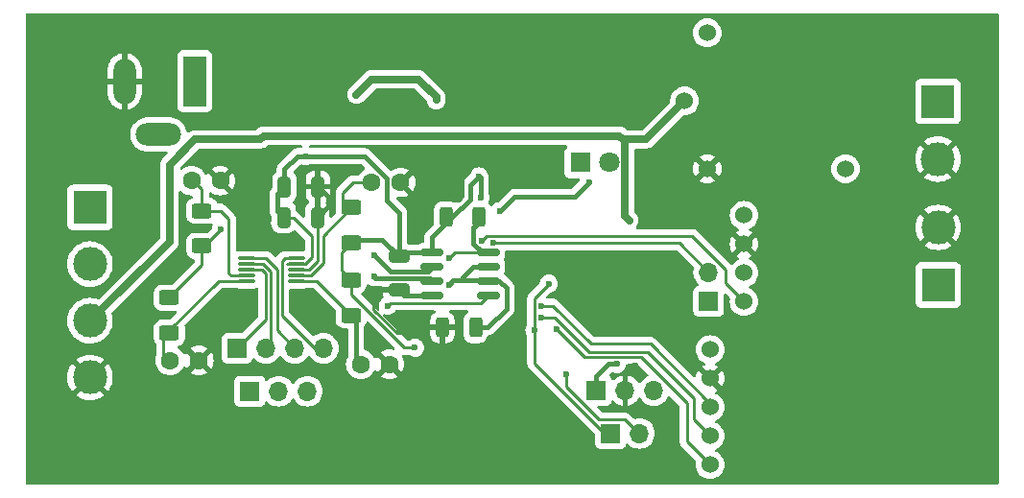
<source format=gbr>
%TF.GenerationSoftware,KiCad,Pcbnew,8.0.3*%
%TF.CreationDate,2024-10-20T16:03:45+03:00*%
%TF.ProjectId,SmartPot,536d6172-7450-46f7-942e-6b696361645f,rev?*%
%TF.SameCoordinates,Original*%
%TF.FileFunction,Copper,L2,Bot*%
%TF.FilePolarity,Positive*%
%FSLAX46Y46*%
G04 Gerber Fmt 4.6, Leading zero omitted, Abs format (unit mm)*
G04 Created by KiCad (PCBNEW 8.0.3) date 2024-10-20 16:03:45*
%MOMM*%
%LPD*%
G01*
G04 APERTURE LIST*
G04 Aperture macros list*
%AMRoundRect*
0 Rectangle with rounded corners*
0 $1 Rounding radius*
0 $2 $3 $4 $5 $6 $7 $8 $9 X,Y pos of 4 corners*
0 Add a 4 corners polygon primitive as box body*
4,1,4,$2,$3,$4,$5,$6,$7,$8,$9,$2,$3,0*
0 Add four circle primitives for the rounded corners*
1,1,$1+$1,$2,$3*
1,1,$1+$1,$4,$5*
1,1,$1+$1,$6,$7*
1,1,$1+$1,$8,$9*
0 Add four rect primitives between the rounded corners*
20,1,$1+$1,$2,$3,$4,$5,0*
20,1,$1+$1,$4,$5,$6,$7,0*
20,1,$1+$1,$6,$7,$8,$9,0*
20,1,$1+$1,$8,$9,$2,$3,0*%
G04 Aperture macros list end*
%TA.AperFunction,ComponentPad*%
%ADD10C,1.600000*%
%TD*%
%TA.AperFunction,ComponentPad*%
%ADD11R,1.700000X1.700000*%
%TD*%
%TA.AperFunction,ComponentPad*%
%ADD12O,1.700000X1.700000*%
%TD*%
%TA.AperFunction,ComponentPad*%
%ADD13R,3.000000X3.000000*%
%TD*%
%TA.AperFunction,ComponentPad*%
%ADD14C,3.000000*%
%TD*%
%TA.AperFunction,ComponentPad*%
%ADD15R,2.000000X4.500000*%
%TD*%
%TA.AperFunction,ComponentPad*%
%ADD16O,2.000000X4.000000*%
%TD*%
%TA.AperFunction,ComponentPad*%
%ADD17O,4.000000X2.000000*%
%TD*%
%TA.AperFunction,ComponentPad*%
%ADD18R,1.800000X1.800000*%
%TD*%
%TA.AperFunction,ComponentPad*%
%ADD19C,1.800000*%
%TD*%
%TA.AperFunction,ComponentPad*%
%ADD20C,1.524000*%
%TD*%
%TA.AperFunction,SMDPad,CuDef*%
%ADD21RoundRect,0.250000X-0.312500X-0.625000X0.312500X-0.625000X0.312500X0.625000X-0.312500X0.625000X0*%
%TD*%
%TA.AperFunction,SMDPad,CuDef*%
%ADD22RoundRect,0.075000X0.650000X0.075000X-0.650000X0.075000X-0.650000X-0.075000X0.650000X-0.075000X0*%
%TD*%
%TA.AperFunction,SMDPad,CuDef*%
%ADD23RoundRect,0.250000X0.625000X-0.400000X0.625000X0.400000X-0.625000X0.400000X-0.625000X-0.400000X0*%
%TD*%
%TA.AperFunction,SMDPad,CuDef*%
%ADD24RoundRect,0.150000X0.825000X0.150000X-0.825000X0.150000X-0.825000X-0.150000X0.825000X-0.150000X0*%
%TD*%
%TA.AperFunction,SMDPad,CuDef*%
%ADD25RoundRect,0.250000X-0.650000X0.325000X-0.650000X-0.325000X0.650000X-0.325000X0.650000X0.325000X0*%
%TD*%
%TA.AperFunction,SMDPad,CuDef*%
%ADD26RoundRect,0.250000X0.312500X0.625000X-0.312500X0.625000X-0.312500X-0.625000X0.312500X-0.625000X0*%
%TD*%
%TA.AperFunction,SMDPad,CuDef*%
%ADD27RoundRect,0.250000X-0.325000X-0.650000X0.325000X-0.650000X0.325000X0.650000X-0.325000X0.650000X0*%
%TD*%
%TA.AperFunction,SMDPad,CuDef*%
%ADD28RoundRect,0.250000X-0.625000X0.400000X-0.625000X-0.400000X0.625000X-0.400000X0.625000X0.400000X0*%
%TD*%
%TA.AperFunction,ViaPad*%
%ADD29C,0.600000*%
%TD*%
%TA.AperFunction,Conductor*%
%ADD30C,0.254000*%
%TD*%
%TA.AperFunction,Conductor*%
%ADD31C,0.381000*%
%TD*%
%TA.AperFunction,Conductor*%
%ADD32C,0.635000*%
%TD*%
G04 APERTURE END LIST*
D10*
%TO.P,R7,1*%
%TO.N,/IN2*%
X180960000Y-114550000D03*
%TO.P,R7,2*%
%TO.N,GND*%
X183500000Y-114550000D03*
%TD*%
%TO.P,R9,1*%
%TO.N,/IN4*%
X198760000Y-98850000D03*
%TO.P,R9,2*%
%TO.N,GND*%
X201300000Y-98850000D03*
%TD*%
D11*
%TO.P,J5,1,Pin_1*%
%TO.N,+5V*%
X218575000Y-117200000D03*
D12*
%TO.P,J5,2,Pin_2*%
%TO.N,GND*%
X221115000Y-117200000D03*
%TO.P,J5,3,Pin_3*%
%TO.N,/UPDI*%
X223655000Y-117200000D03*
%TD*%
D13*
%TO.P,J1,1,Pin_1*%
%TO.N,/LOAD*%
X248725000Y-107905000D03*
D14*
%TO.P,J1,2,Pin_2*%
%TO.N,GND*%
X248725000Y-102825000D03*
%TD*%
D15*
%TO.P,J4,1*%
%TO.N,Net-(F1-Pad2)*%
X183150000Y-89925000D03*
D16*
%TO.P,J4,2*%
%TO.N,GND*%
X176950000Y-89925000D03*
D17*
%TO.P,J4,3,MountPin*%
%TO.N,unconnected-(J4-MountPin-Pad3)*%
X179950000Y-94625000D03*
%TD*%
D11*
%TO.P,J3,1,Pin_1*%
%TO.N,/TX1*%
X188000000Y-117275000D03*
D12*
%TO.P,J3,2,Pin_2*%
%TO.N,/RX1*%
X190540000Y-117275000D03*
%TO.P,J3,3,Pin_3*%
%TO.N,/XDIR1*%
X193080000Y-117275000D03*
%TD*%
D18*
%TO.P,D3,1,K*%
%TO.N,Net-(D3-K)*%
X217160000Y-97100000D03*
D19*
%TO.P,D3,2,A*%
%TO.N,/MCLED*%
X219700000Y-97100000D03*
%TD*%
D13*
%TO.P,J9,1,Pin_1*%
%TO.N,/B*%
X173900000Y-101050000D03*
D14*
%TO.P,J9,2,Pin_2*%
%TO.N,/A*%
X173900000Y-106050000D03*
%TO.P,J9,3,Pin_3*%
%TO.N,+12V*%
X173900000Y-111050000D03*
%TO.P,J9,4,Pin_4*%
%TO.N,GND*%
X173900000Y-116050000D03*
%TD*%
D13*
%TO.P,J2,1,Pin_1*%
%TO.N,/OPEN*%
X248700000Y-91720000D03*
D14*
%TO.P,J2,2,Pin_2*%
%TO.N,GND*%
X248700000Y-96800000D03*
%TD*%
D20*
%TO.P,U8,1,VCC*%
%TO.N,+5V*%
X228606000Y-113605000D03*
%TO.P,U8,2,GND*%
%TO.N,GND*%
X228606000Y-116145000D03*
%TO.P,U8,3,RX*%
%TO.N,/RX2*%
X228606000Y-118685000D03*
%TO.P,U8,4,TX*%
%TO.N,/TX2*%
X228606000Y-121225000D03*
%TO.P,U8,5,SET*%
%TO.N,/SET*%
X228606000Y-123765000D03*
%TD*%
D11*
%TO.P,J8,1,Pin_1*%
%TO.N,/SCL1*%
X219835000Y-121000000D03*
D12*
%TO.P,J8,2,Pin_2*%
%TO.N,/SDA1*%
X222375000Y-121000000D03*
%TD*%
D11*
%TO.P,J7,1,Pin_1*%
%TO.N,/SDA0*%
X228475000Y-109325000D03*
D12*
%TO.P,J7,2,Pin_2*%
%TO.N,/SCL0*%
X228475000Y-106785000D03*
%TD*%
D10*
%TO.P,R6,1*%
%TO.N,/IN1*%
X182860000Y-98700000D03*
%TO.P,R6,2*%
%TO.N,GND*%
X185400000Y-98700000D03*
%TD*%
D20*
%TO.P,K1,COM,COM*%
%TO.N,+12V*%
X226350000Y-91650000D03*
%TO.P,K1,OPEN,OPEN*%
%TO.N,/OPEN*%
X240550000Y-97650000D03*
%TO.P,K1,V+,V+*%
%TO.N,/OUT1*%
X228350000Y-85650000D03*
%TO.P,K1,V-,V-*%
%TO.N,GND*%
X228350000Y-97650000D03*
%TD*%
D11*
%TO.P,J6,1,Pin_1*%
%TO.N,/MOSI0*%
X186880000Y-113475000D03*
D12*
%TO.P,J6,2,Pin_2*%
%TO.N,/MISO0*%
X189420000Y-113475000D03*
%TO.P,J6,3,Pin_3*%
%TO.N,/SCK*%
X191960000Y-113475000D03*
%TO.P,J6,4,Pin_4*%
%TO.N,/!SS*%
X194500000Y-113475000D03*
%TD*%
D10*
%TO.P,R8,1*%
%TO.N,/IN3*%
X197785000Y-114900000D03*
%TO.P,R8,2*%
%TO.N,GND*%
X200325000Y-114900000D03*
%TD*%
D20*
%TO.P,U7,1,VCC*%
%TO.N,+5V*%
X231606000Y-101750000D03*
%TO.P,U7,2,GND*%
%TO.N,GND*%
X231606000Y-104290000D03*
%TO.P,U7,3,SCL*%
%TO.N,/SCL0*%
X231606000Y-106830000D03*
%TO.P,U7,4,SDA*%
%TO.N,/SDA0*%
X231606000Y-109370000D03*
%TD*%
D21*
%TO.P,R1,1*%
%TO.N,+5V*%
X205300000Y-101900000D03*
%TO.P,R1,2*%
%TO.N,/RX1*%
X208225000Y-101900000D03*
%TD*%
D22*
%TO.P,U2,1,~CS*%
%TO.N,/!SS*%
X192100000Y-105550000D03*
%TO.P,U2,2,VA*%
%TO.N,+5V*%
X192100000Y-106050000D03*
%TO.P,U2,3,GND*%
%TO.N,GND*%
X192100000Y-106550000D03*
%TO.P,U2,4,IN4*%
%TO.N,/IN4*%
X192100000Y-107050000D03*
%TO.P,U2,5,IN3*%
%TO.N,/IN3*%
X192100000Y-107550000D03*
%TO.P,U2,6,IN2*%
%TO.N,/IN2*%
X187700000Y-107550000D03*
%TO.P,U2,7,IN1*%
%TO.N,/IN1*%
X187700000Y-107050000D03*
%TO.P,U2,8,DIN*%
%TO.N,/MOSI0*%
X187700000Y-106550000D03*
%TO.P,U2,9,DOUT*%
%TO.N,/MISO0*%
X187700000Y-106050000D03*
%TO.P,U2,10,SCLK*%
%TO.N,/SCK*%
X187700000Y-105550000D03*
%TD*%
D23*
%TO.P,R12,1*%
%TO.N,+5V*%
X196950000Y-104175000D03*
%TO.P,R12,2*%
%TO.N,/IN4*%
X196950000Y-101075000D03*
%TD*%
D24*
%TO.P,U4,1,RO*%
%TO.N,/RX1*%
X209050000Y-105010000D03*
%TO.P,U4,2,~{RE}*%
%TO.N,/XDIR1*%
X209050000Y-106280000D03*
%TO.P,U4,3,DE*%
X209050000Y-107550000D03*
%TO.P,U4,4,DI*%
%TO.N,/TX1*%
X209050000Y-108820000D03*
%TO.P,U4,5,GND*%
%TO.N,GND*%
X204100000Y-108820000D03*
%TO.P,U4,6,A*%
%TO.N,/Bout*%
X204100000Y-107550000D03*
%TO.P,U4,7,B*%
%TO.N,/Aout*%
X204100000Y-106280000D03*
%TO.P,U4,8,VCC*%
%TO.N,+5V*%
X204100000Y-105010000D03*
%TD*%
D25*
%TO.P,C1,1*%
%TO.N,+5V*%
X201150000Y-105400000D03*
%TO.P,C1,2*%
%TO.N,GND*%
X201150000Y-108350000D03*
%TD*%
D26*
%TO.P,R2,1*%
%TO.N,/XDIR1*%
X207912500Y-111650000D03*
%TO.P,R2,2*%
%TO.N,GND*%
X204987500Y-111650000D03*
%TD*%
D23*
%TO.P,R10,1*%
%TO.N,+5V*%
X183775000Y-104450000D03*
%TO.P,R10,2*%
%TO.N,/IN1*%
X183775000Y-101350000D03*
%TD*%
D27*
%TO.P,C2,1*%
%TO.N,+5V*%
X191000000Y-101950000D03*
%TO.P,C2,2*%
%TO.N,GND*%
X193950000Y-101950000D03*
%TD*%
D28*
%TO.P,R11,1*%
%TO.N,+5V*%
X196925000Y-107475000D03*
%TO.P,R11,2*%
%TO.N,/IN3*%
X196925000Y-110575000D03*
%TD*%
D27*
%TO.P,C3,1*%
%TO.N,+5V*%
X191050000Y-99225000D03*
%TO.P,C3,2*%
%TO.N,GND*%
X194000000Y-99225000D03*
%TD*%
D28*
%TO.P,R13,1*%
%TO.N,+5V*%
X180900000Y-109025000D03*
%TO.P,R13,2*%
%TO.N,/IN2*%
X180900000Y-112125000D03*
%TD*%
D29*
%TO.N,GND*%
X211475000Y-96650000D03*
X188550000Y-103150000D03*
X222025000Y-115000000D03*
X234300000Y-119600000D03*
X222275000Y-118925000D03*
X180325000Y-91325000D03*
X208375000Y-113500000D03*
X181975000Y-105725000D03*
X205950000Y-98100000D03*
X233150000Y-103575000D03*
X202450000Y-112175000D03*
X195525000Y-98125000D03*
X212000000Y-110825000D03*
X206442356Y-100344356D03*
X219425000Y-105475000D03*
X203725000Y-96925000D03*
%TO.N,+5V*%
X208229750Y-98323000D03*
X208350000Y-100227000D03*
X192925000Y-96525000D03*
X202575000Y-113425000D03*
X185425000Y-103025000D03*
X220375000Y-114881000D03*
%TO.N,+12V*%
X188900000Y-95050000D03*
X221475000Y-102200000D03*
%TO.N,/Bout*%
X198942144Y-107167144D03*
%TO.N,/Aout*%
X198975000Y-105275000D03*
%TO.N,/SCL0*%
X209450000Y-104210000D03*
%TO.N,/SDA0*%
X208492015Y-104000000D03*
%TO.N,/TX1*%
X200175000Y-109725000D03*
%TO.N,/RX1*%
X205600000Y-105500000D03*
%TO.N,/XDIR1*%
X205554023Y-107868636D03*
%TO.N,/SCL1*%
X214373000Y-107796118D03*
X213100000Y-111900000D03*
%TO.N,/SDA1*%
X215875000Y-115775000D03*
%TO.N,/RX2*%
X213727000Y-109732346D03*
%TO.N,/TX2*%
X213727000Y-110778405D03*
%TO.N,/SET*%
X215027000Y-111800000D03*
%TO.N,/MCLED*%
X217962500Y-98837500D03*
X210037500Y-101387500D03*
%TO.N,/SW*%
X197400000Y-91100000D03*
X204450000Y-91600000D03*
%TD*%
D30*
%TO.N,GND*%
X201014980Y-112175000D02*
X198925000Y-110085020D01*
D31*
X206725000Y-100061712D02*
X206725000Y-98475000D01*
D30*
X198925000Y-110085020D02*
X198925000Y-109025000D01*
D31*
X194025000Y-99225000D02*
X194900000Y-100100000D01*
D30*
X198925000Y-109025000D02*
X199600000Y-108350000D01*
X193207948Y-106550000D02*
X193950000Y-105807948D01*
D31*
X194900000Y-100100000D02*
X194900000Y-101000000D01*
X206725000Y-98475000D02*
X206350000Y-98100000D01*
D30*
X199600000Y-108350000D02*
X201150000Y-108350000D01*
D31*
X211475000Y-96650000D02*
X207400000Y-96650000D01*
X194900000Y-101000000D02*
X193950000Y-101950000D01*
X206442356Y-100344356D02*
X206725000Y-100061712D01*
X201620000Y-108820000D02*
X201150000Y-108350000D01*
D30*
X192100000Y-106550000D02*
X193207948Y-106550000D01*
X202450000Y-112175000D02*
X201014980Y-112175000D01*
D31*
X207400000Y-96650000D02*
X205950000Y-98100000D01*
D30*
X212000000Y-107425000D02*
X213950000Y-105475000D01*
D31*
X194000000Y-99225000D02*
X194025000Y-99225000D01*
D30*
X213950000Y-105475000D02*
X219425000Y-105475000D01*
D31*
X206350000Y-98100000D02*
X205950000Y-98100000D01*
D30*
X193950000Y-105807948D02*
X193950000Y-101950000D01*
X212000000Y-110825000D02*
X212000000Y-107425000D01*
D31*
X204100000Y-108820000D02*
X201620000Y-108820000D01*
D30*
%TO.N,+5V*%
X201622928Y-113425000D02*
X202575000Y-113425000D01*
D31*
X199665500Y-103915500D02*
X197209500Y-103915500D01*
D30*
X191825000Y-101950000D02*
X191000000Y-101950000D01*
X183775000Y-104450000D02*
X184000000Y-104450000D01*
D31*
X201175000Y-101525000D02*
X200109500Y-100459500D01*
X191050000Y-99225000D02*
X190425000Y-99850000D01*
X207425000Y-99127750D02*
X207425000Y-100338227D01*
D30*
X192100000Y-106050000D02*
X191304408Y-106050000D01*
X183775000Y-106150000D02*
X180900000Y-109025000D01*
D31*
X204100000Y-105010000D02*
X204100000Y-103650000D01*
X201150000Y-105400000D02*
X199665500Y-103915500D01*
X192925000Y-96525000D02*
X192225000Y-96525000D01*
X204100000Y-105010000D02*
X201540000Y-105010000D01*
D30*
X192895592Y-106050000D02*
X193475000Y-105470592D01*
D31*
X198118622Y-96525000D02*
X192925000Y-96525000D01*
X201150000Y-105400000D02*
X201175000Y-105375000D01*
X208229750Y-98323000D02*
X208350000Y-98443250D01*
D30*
X196075000Y-105050000D02*
X196075000Y-106625000D01*
D31*
X219669000Y-114881000D02*
X218575000Y-115975000D01*
D30*
X196950000Y-104175000D02*
X196075000Y-105050000D01*
X196925000Y-108727072D02*
X201622928Y-113425000D01*
D31*
X200109500Y-100459500D02*
X200109500Y-98515878D01*
X190425000Y-101375000D02*
X191000000Y-101950000D01*
X190425000Y-99850000D02*
X190425000Y-101375000D01*
X197209500Y-103915500D02*
X196950000Y-104175000D01*
X191050000Y-97700000D02*
X191050000Y-99225000D01*
X201175000Y-105375000D02*
X201175000Y-101525000D01*
D30*
X193475000Y-103600000D02*
X191825000Y-101950000D01*
X196075000Y-106625000D02*
X196925000Y-107475000D01*
D31*
X192225000Y-96525000D02*
X191050000Y-97700000D01*
X208229750Y-98323000D02*
X207425000Y-99127750D01*
D30*
X190500000Y-102450000D02*
X191000000Y-101950000D01*
X184000000Y-104450000D02*
X185425000Y-103025000D01*
D31*
X201540000Y-105010000D02*
X201150000Y-105400000D01*
X205863227Y-101900000D02*
X205300000Y-101900000D01*
X207425000Y-100338227D02*
X205863227Y-101900000D01*
X204100000Y-103650000D02*
X205100000Y-102650000D01*
X208350000Y-98443250D02*
X208350000Y-100227000D01*
D30*
X196925000Y-107475000D02*
X196925000Y-108727072D01*
D31*
X200109500Y-98515878D02*
X198118622Y-96525000D01*
D30*
X183775000Y-104450000D02*
X183775000Y-106150000D01*
X192100000Y-106050000D02*
X192895592Y-106050000D01*
D31*
X218575000Y-115975000D02*
X218575000Y-117200000D01*
D30*
X193475000Y-105470592D02*
X193475000Y-103600000D01*
D31*
X220375000Y-114881000D02*
X219669000Y-114881000D01*
D32*
%TO.N,+12V*%
X173950000Y-111050000D02*
X180925000Y-104075000D01*
X221117500Y-101842500D02*
X221475000Y-102200000D01*
X220600000Y-94750000D02*
X189200000Y-94750000D01*
X189200000Y-94750000D02*
X188900000Y-95050000D01*
X180925000Y-97300000D02*
X183175000Y-95050000D01*
X220900000Y-95050000D02*
X220600000Y-94750000D01*
X220900000Y-95050000D02*
X221117500Y-95267500D01*
X221117500Y-95267500D02*
X221117500Y-101842500D01*
X180925000Y-104075000D02*
X180925000Y-97300000D01*
X226350000Y-91650000D02*
X222950000Y-95050000D01*
X173900000Y-111050000D02*
X173950000Y-111050000D01*
X183175000Y-95050000D02*
X188900000Y-95050000D01*
X222950000Y-95050000D02*
X220900000Y-95050000D01*
D30*
%TO.N,/MOSI0*%
X186880000Y-113475000D02*
X189371000Y-110984000D01*
X189371000Y-106888052D02*
X189032948Y-106550000D01*
X189032948Y-106550000D02*
X187700000Y-106550000D01*
X189371000Y-110984000D02*
X189371000Y-106888052D01*
D31*
%TO.N,/Bout*%
X203850000Y-107300000D02*
X204100000Y-107550000D01*
X199075000Y-107300000D02*
X203850000Y-107300000D01*
X198942144Y-107167144D02*
X199075000Y-107300000D01*
%TO.N,/Aout*%
X203750000Y-106700000D02*
X204100000Y-106350000D01*
X200400000Y-106700000D02*
X203750000Y-106700000D01*
X204100000Y-106350000D02*
X204100000Y-106280000D01*
X198975000Y-105275000D02*
X200400000Y-106700000D01*
D30*
%TO.N,/SCL0*%
X228475000Y-106785000D02*
X225900000Y-104210000D01*
X225900000Y-104210000D02*
X209450000Y-104210000D01*
%TO.N,/SDA0*%
X230000000Y-107764000D02*
X230000000Y-106550000D01*
X230000000Y-106550000D02*
X227033000Y-103583000D01*
X227033000Y-103583000D02*
X208909015Y-103583000D01*
X208909015Y-103583000D02*
X208492015Y-104000000D01*
X231606000Y-109370000D02*
X230000000Y-107764000D01*
%TO.N,/TX1*%
X208370000Y-109500000D02*
X209050000Y-108820000D01*
X200175000Y-109725000D02*
X200400000Y-109500000D01*
X200400000Y-109500000D02*
X208370000Y-109500000D01*
%TO.N,/RX1*%
X206090000Y-105010000D02*
X209050000Y-105010000D01*
D31*
X208525500Y-105010000D02*
X209050000Y-105010000D01*
X207740500Y-104225000D02*
X208525500Y-105010000D01*
D30*
X205600000Y-105500000D02*
X206090000Y-105010000D01*
D31*
X207740500Y-102859500D02*
X207740500Y-104225000D01*
X207950000Y-102650000D02*
X207740500Y-102859500D01*
D30*
%TO.N,/!SS*%
X191100000Y-105550000D02*
X192100000Y-105550000D01*
X190850408Y-105799592D02*
X191100000Y-105550000D01*
X194500000Y-113475000D02*
X193725000Y-113475000D01*
X193725000Y-113475000D02*
X190850408Y-110600408D01*
X190850408Y-110600408D02*
X190850408Y-105799592D01*
%TO.N,/SCK*%
X190396408Y-111911408D02*
X190396408Y-106550000D01*
X191960000Y-113475000D02*
X190396408Y-111911408D01*
X189396408Y-105550000D02*
X187700000Y-105550000D01*
X190396408Y-106550000D02*
X189396408Y-105550000D01*
%TO.N,/MISO0*%
X189825000Y-106700000D02*
X189175000Y-106050000D01*
X189420000Y-113475000D02*
X189825000Y-113070000D01*
X189175000Y-106050000D02*
X187700000Y-106050000D01*
X189825000Y-113070000D02*
X189825000Y-106700000D01*
D31*
%TO.N,/XDIR1*%
X205922659Y-107500000D02*
X207200000Y-107500000D01*
X209050000Y-107550000D02*
X210024999Y-107550000D01*
X210650000Y-110000000D02*
X209000000Y-111650000D01*
X206750000Y-107500000D02*
X206750000Y-107250000D01*
X209000000Y-107500000D02*
X209050000Y-107550000D01*
X205554023Y-107868636D02*
X205922659Y-107500000D01*
X207200000Y-107500000D02*
X209000000Y-107500000D01*
X207720000Y-106280000D02*
X209050000Y-106280000D01*
X210024999Y-107550000D02*
X210650000Y-108175001D01*
X209000000Y-111650000D02*
X207912500Y-111650000D01*
X206750000Y-107250000D02*
X207720000Y-106280000D01*
X210650000Y-108175001D02*
X210650000Y-110000000D01*
D30*
%TO.N,/SCL1*%
X213100000Y-114825000D02*
X219250000Y-120975000D01*
X214373000Y-107796118D02*
X213100000Y-109069118D01*
X219250000Y-120975000D02*
X219700000Y-120975000D01*
X213100000Y-109069118D02*
X213100000Y-111900000D01*
X213100000Y-111900000D02*
X213100000Y-114825000D01*
%TO.N,/SDA1*%
X218819000Y-119798000D02*
X221063000Y-119798000D01*
X215875000Y-116854000D02*
X218819000Y-119798000D01*
X221063000Y-119798000D02*
X222240000Y-120975000D01*
X215875000Y-115775000D02*
X215875000Y-116854000D01*
%TO.N,/RX2*%
X223325000Y-113100000D02*
X228606000Y-118381000D01*
X228606000Y-118381000D02*
X228606000Y-118685000D01*
X218120433Y-113100000D02*
X223325000Y-113100000D01*
X214752779Y-109732346D02*
X218120433Y-113100000D01*
X213727000Y-109732346D02*
X214752779Y-109732346D01*
%TO.N,/TX2*%
X223078948Y-113800000D02*
X227175000Y-117896052D01*
X227175000Y-117896052D02*
X227175000Y-119794000D01*
X213727000Y-110778405D02*
X214928405Y-110778405D01*
X214928405Y-110778405D02*
X217950000Y-113800000D01*
X227175000Y-119794000D02*
X228606000Y-121225000D01*
X217950000Y-113800000D02*
X223078948Y-113800000D01*
%TO.N,/SET*%
X215027000Y-111800000D02*
X215075000Y-111800000D01*
X222504000Y-114254000D02*
X226571000Y-118321000D01*
X226571000Y-121730000D02*
X228606000Y-123765000D01*
X226571000Y-118321000D02*
X226571000Y-121730000D01*
X217529000Y-114254000D02*
X222504000Y-114254000D01*
X215075000Y-111800000D02*
X217529000Y-114254000D01*
D31*
%TO.N,/MCLED*%
X217962500Y-98837500D02*
X216700000Y-100100000D01*
X216700000Y-100100000D02*
X211325000Y-100100000D01*
X211325000Y-100100000D02*
X210037500Y-101387500D01*
D32*
%TO.N,/SW*%
X202850000Y-89750000D02*
X203100000Y-90000000D01*
X197400000Y-91100000D02*
X198750000Y-89750000D01*
X203100000Y-90000000D02*
X204450000Y-91350000D01*
X204450000Y-91350000D02*
X204450000Y-91600000D01*
X198750000Y-89750000D02*
X202850000Y-89750000D01*
D30*
%TO.N,/IN1*%
X186325000Y-107050000D02*
X186150000Y-106875000D01*
X183775000Y-101350000D02*
X183775000Y-99465000D01*
X187700000Y-107050000D02*
X186325000Y-107050000D01*
X186150000Y-106875000D02*
X186150000Y-102100000D01*
X186150000Y-102100000D02*
X185400000Y-101350000D01*
X183775000Y-99465000D02*
X182960000Y-98650000D01*
X185400000Y-101350000D02*
X183775000Y-101350000D01*
%TO.N,/IN2*%
X185250000Y-107550000D02*
X187700000Y-107550000D01*
X180375000Y-112650000D02*
X180375000Y-113965000D01*
X180900000Y-112125000D02*
X180375000Y-112650000D01*
X180900000Y-112125000D02*
X180900000Y-111900000D01*
X180375000Y-113965000D02*
X180960000Y-114550000D01*
X180900000Y-111900000D02*
X185250000Y-107550000D01*
%TO.N,/IN3*%
X192100000Y-107550000D02*
X193900000Y-107550000D01*
D31*
X197375000Y-111025000D02*
X196925000Y-110575000D01*
D30*
X193900000Y-107550000D02*
X196925000Y-110575000D01*
D31*
X197785000Y-114900000D02*
X197375000Y-114490000D01*
X197375000Y-114490000D02*
X197375000Y-111025000D01*
D30*
%TO.N,/IN4*%
X197125000Y-98850000D02*
X198760000Y-98850000D01*
X192100000Y-107050000D02*
X193350000Y-107050000D01*
X194475000Y-103550000D02*
X196950000Y-101075000D01*
X196200000Y-99775000D02*
X197125000Y-98850000D01*
X194475000Y-105925000D02*
X194475000Y-103550000D01*
X196950000Y-101075000D02*
X196200000Y-100325000D01*
X193350000Y-107050000D02*
X194475000Y-105925000D01*
X196200000Y-100325000D02*
X196200000Y-99775000D01*
%TD*%
%TA.AperFunction,Conductor*%
%TO.N,GND*%
G36*
X222259758Y-114901185D02*
G01*
X222280400Y-114917819D01*
X223132500Y-115769919D01*
X223165985Y-115831242D01*
X223161001Y-115900934D01*
X223119129Y-115956867D01*
X223097225Y-115969982D01*
X222977168Y-116025966D01*
X222783597Y-116161505D01*
X222616508Y-116328594D01*
X222486269Y-116514595D01*
X222431692Y-116558219D01*
X222362193Y-116565412D01*
X222299839Y-116533890D01*
X222283119Y-116514594D01*
X222153113Y-116328926D01*
X222153108Y-116328920D01*
X221986082Y-116161894D01*
X221792578Y-116026399D01*
X221578492Y-115926570D01*
X221578486Y-115926567D01*
X221365000Y-115869364D01*
X221365000Y-116766988D01*
X221307993Y-116734075D01*
X221180826Y-116700000D01*
X221049174Y-116700000D01*
X220922007Y-116734075D01*
X220865000Y-116766988D01*
X220865000Y-115869364D01*
X220864999Y-115869364D01*
X220651513Y-115926567D01*
X220651507Y-115926570D01*
X220437422Y-116026399D01*
X220437420Y-116026400D01*
X220243926Y-116161886D01*
X220121865Y-116283947D01*
X220060542Y-116317431D01*
X219990850Y-116312447D01*
X219934917Y-116270575D01*
X219918002Y-116239598D01*
X219916848Y-116236505D01*
X219882718Y-116144995D01*
X219868797Y-116107671D01*
X219868793Y-116107664D01*
X219782547Y-115992455D01*
X219782546Y-115992454D01*
X219773899Y-115985981D01*
X219755402Y-115972134D01*
X219713531Y-115916202D01*
X219708547Y-115846510D01*
X219742030Y-115785189D01*
X219892569Y-115634650D01*
X219953889Y-115601169D01*
X220021201Y-115605293D01*
X220195742Y-115666367D01*
X220195745Y-115666368D01*
X220195746Y-115666368D01*
X220195750Y-115666369D01*
X220374996Y-115686565D01*
X220375000Y-115686565D01*
X220375004Y-115686565D01*
X220554249Y-115666369D01*
X220554252Y-115666368D01*
X220554255Y-115666368D01*
X220724522Y-115606789D01*
X220877262Y-115510816D01*
X221004816Y-115383262D01*
X221100789Y-115230522D01*
X221160368Y-115060255D01*
X221161029Y-115054394D01*
X221168102Y-114991617D01*
X221195168Y-114927203D01*
X221252763Y-114887648D01*
X221291322Y-114881500D01*
X222192719Y-114881500D01*
X222259758Y-114901185D01*
G37*
%TD.AperFunction*%
%TA.AperFunction,Conductor*%
G36*
X198436740Y-111135278D02*
G01*
X198469063Y-111158554D01*
X200734944Y-113424435D01*
X200768429Y-113485758D01*
X200763445Y-113555450D01*
X200721573Y-113611383D01*
X200656109Y-113635800D01*
X200615170Y-113631891D01*
X200551610Y-113614860D01*
X200551599Y-113614858D01*
X200325002Y-113595034D01*
X200324998Y-113595034D01*
X200098400Y-113614858D01*
X200098389Y-113614860D01*
X199878682Y-113673730D01*
X199878673Y-113673734D01*
X199672516Y-113769866D01*
X199672512Y-113769868D01*
X199599526Y-113820973D01*
X199599526Y-113820974D01*
X200278553Y-114500000D01*
X200272339Y-114500000D01*
X200170606Y-114527259D01*
X200079394Y-114579920D01*
X200004920Y-114654394D01*
X199952259Y-114745606D01*
X199925000Y-114847339D01*
X199925000Y-114853552D01*
X199245974Y-114174526D01*
X199245973Y-114174526D01*
X199194868Y-114247512D01*
X199194868Y-114247513D01*
X199167657Y-114305867D01*
X199121484Y-114358306D01*
X199054290Y-114377457D01*
X198987409Y-114357241D01*
X198942893Y-114305865D01*
X198915684Y-114247516D01*
X198915568Y-114247266D01*
X198785047Y-114060861D01*
X198785045Y-114060858D01*
X198624141Y-113899954D01*
X198437734Y-113769432D01*
X198437732Y-113769431D01*
X198231496Y-113673261D01*
X198157904Y-113653541D01*
X198098245Y-113617175D01*
X198067716Y-113554328D01*
X198066000Y-113533767D01*
X198066000Y-111571730D01*
X198085685Y-111504691D01*
X198102319Y-111484049D01*
X198142712Y-111443656D01*
X198234814Y-111294334D01*
X198263677Y-111207229D01*
X198303448Y-111149787D01*
X198367964Y-111122963D01*
X198436740Y-111135278D01*
G37*
%TD.AperFunction*%
%TA.AperFunction,Conductor*%
G36*
X198490197Y-107828575D02*
G01*
X198592619Y-107892932D01*
X198762889Y-107952512D01*
X198762893Y-107952513D01*
X198854184Y-107962798D01*
X198874322Y-107965067D01*
X198884629Y-107966670D01*
X199006939Y-107991000D01*
X199006942Y-107991000D01*
X199006943Y-107991000D01*
X199143057Y-107991000D01*
X199626000Y-107991000D01*
X199693039Y-108010685D01*
X199738794Y-108063489D01*
X199745829Y-108095829D01*
X199750000Y-108100000D01*
X201276000Y-108100000D01*
X201343039Y-108119685D01*
X201388794Y-108172489D01*
X201400000Y-108224000D01*
X201400000Y-108476000D01*
X201380315Y-108543039D01*
X201327511Y-108588794D01*
X201276000Y-108600000D01*
X199750001Y-108600000D01*
X199750001Y-108724986D01*
X199760494Y-108827697D01*
X199788154Y-108911170D01*
X199790556Y-108980999D01*
X199754824Y-109041041D01*
X199736422Y-109055167D01*
X199672738Y-109095183D01*
X199545184Y-109222737D01*
X199449211Y-109375476D01*
X199389631Y-109545745D01*
X199389630Y-109545750D01*
X199369435Y-109724996D01*
X199369435Y-109725003D01*
X199389630Y-109904249D01*
X199389632Y-109904257D01*
X199425518Y-110006813D01*
X199429079Y-110076591D01*
X199394350Y-110137219D01*
X199332357Y-110169446D01*
X199262781Y-110163041D01*
X199220795Y-110135448D01*
X197841573Y-108756226D01*
X197808088Y-108694903D01*
X197813072Y-108625211D01*
X197854944Y-108569278D01*
X197864158Y-108563006D01*
X197869332Y-108559814D01*
X197869334Y-108559814D01*
X198018656Y-108467712D01*
X198142712Y-108343656D01*
X198234814Y-108194334D01*
X198289999Y-108027797D01*
X198298949Y-107940187D01*
X198300821Y-107921868D01*
X198302253Y-107922014D01*
X198323375Y-107861420D01*
X198378390Y-107818350D01*
X198447958Y-107811861D01*
X198490197Y-107828575D01*
G37*
%TD.AperFunction*%
%TA.AperFunction,Conductor*%
G36*
X192580073Y-95587685D02*
G01*
X192625828Y-95640489D01*
X192635772Y-95709647D01*
X192606747Y-95773203D01*
X192579006Y-95796994D01*
X192550359Y-95814994D01*
X192484387Y-95834000D01*
X192156941Y-95834000D01*
X192144052Y-95836564D01*
X192114442Y-95842454D01*
X192114441Y-95842454D01*
X192023450Y-95860553D01*
X192023438Y-95860556D01*
X191897695Y-95912640D01*
X191897682Y-95912647D01*
X191784514Y-95988264D01*
X191784510Y-95988267D01*
X190513269Y-97259507D01*
X190513266Y-97259510D01*
X190465789Y-97330564D01*
X190465790Y-97330565D01*
X190437642Y-97372692D01*
X190385556Y-97498438D01*
X190385553Y-97498448D01*
X190359000Y-97631939D01*
X190359000Y-97849762D01*
X190339315Y-97916801D01*
X190300097Y-97955300D01*
X190256347Y-97982285D01*
X190256343Y-97982288D01*
X190132289Y-98106342D01*
X190040187Y-98255663D01*
X190040185Y-98255668D01*
X190027512Y-98293913D01*
X189985001Y-98422203D01*
X189985001Y-98422204D01*
X189985000Y-98422204D01*
X189974500Y-98524983D01*
X189974500Y-99271914D01*
X189954815Y-99338953D01*
X189938183Y-99359594D01*
X189888263Y-99409514D01*
X189888261Y-99409518D01*
X189812644Y-99522687D01*
X189812642Y-99522690D01*
X189760556Y-99648438D01*
X189760553Y-99648448D01*
X189734000Y-99781939D01*
X189734000Y-99781942D01*
X189734000Y-101443058D01*
X189736761Y-101456939D01*
X189740197Y-101474209D01*
X189740197Y-101474212D01*
X189760553Y-101576549D01*
X189760556Y-101576561D01*
X189812642Y-101702309D01*
X189812644Y-101702312D01*
X189888263Y-101815485D01*
X189892134Y-101820202D01*
X189891211Y-101820958D01*
X189921663Y-101876712D01*
X189924500Y-101903084D01*
X189924500Y-102174977D01*
X189915062Y-102222425D01*
X189896614Y-102266965D01*
X189896613Y-102266969D01*
X189896613Y-102266970D01*
X189896612Y-102266973D01*
X189872500Y-102388192D01*
X189872500Y-102511807D01*
X189896612Y-102633026D01*
X189896615Y-102633038D01*
X189924376Y-102700059D01*
X189933173Y-102734907D01*
X189935000Y-102752794D01*
X189990185Y-102919331D01*
X189990187Y-102919336D01*
X190003484Y-102940894D01*
X190082288Y-103068656D01*
X190206344Y-103192712D01*
X190355666Y-103284814D01*
X190522203Y-103339999D01*
X190624991Y-103350500D01*
X191375008Y-103350499D01*
X191375016Y-103350498D01*
X191375019Y-103350498D01*
X191431302Y-103344748D01*
X191477797Y-103339999D01*
X191644334Y-103284814D01*
X191793656Y-103192712D01*
X191899296Y-103087071D01*
X191960615Y-103053589D01*
X192030307Y-103058573D01*
X192074655Y-103087074D01*
X192811181Y-103823600D01*
X192844666Y-103884923D01*
X192847500Y-103911281D01*
X192847500Y-104775500D01*
X192827815Y-104842539D01*
X192775011Y-104888294D01*
X192723500Y-104899500D01*
X191412272Y-104899500D01*
X191299764Y-104914313D01*
X191291913Y-104916417D01*
X191291609Y-104915285D01*
X191255334Y-104922500D01*
X191038194Y-104922500D01*
X190916970Y-104946613D01*
X190916960Y-104946616D01*
X190802773Y-104993913D01*
X190802760Y-104993920D01*
X190699992Y-105062588D01*
X190699988Y-105062591D01*
X190502772Y-105259809D01*
X190450400Y-105312181D01*
X190425876Y-105336705D01*
X190362995Y-105399585D01*
X190354977Y-105411585D01*
X190301362Y-105456387D01*
X190232037Y-105465091D01*
X190169011Y-105434934D01*
X190164197Y-105430370D01*
X189796421Y-105062593D01*
X189796419Y-105062591D01*
X189782638Y-105053383D01*
X189782638Y-105053382D01*
X189693647Y-104993920D01*
X189693634Y-104993913D01*
X189660193Y-104980062D01*
X189579443Y-104946614D01*
X189579435Y-104946612D01*
X189458215Y-104922500D01*
X189458211Y-104922500D01*
X188544666Y-104922500D01*
X188508390Y-104915285D01*
X188508087Y-104916417D01*
X188500237Y-104914313D01*
X188500236Y-104914313D01*
X188482310Y-104911953D01*
X188387727Y-104899500D01*
X188387720Y-104899500D01*
X187012280Y-104899500D01*
X187012274Y-104899500D01*
X187012269Y-104899501D01*
X186917685Y-104911953D01*
X186848649Y-104901187D01*
X186796394Y-104854807D01*
X186777500Y-104789014D01*
X186777500Y-102038194D01*
X186753386Y-101916970D01*
X186753385Y-101916969D01*
X186753385Y-101916965D01*
X186747517Y-101902799D01*
X186706086Y-101802773D01*
X186706079Y-101802760D01*
X186637412Y-101699993D01*
X186606676Y-101669257D01*
X186550008Y-101612589D01*
X186182301Y-101244882D01*
X185800013Y-100862593D01*
X185800009Y-100862590D01*
X185765236Y-100839355D01*
X185697239Y-100793920D01*
X185697226Y-100793913D01*
X185661641Y-100779174D01*
X185583035Y-100746614D01*
X185583027Y-100746612D01*
X185461807Y-100722500D01*
X185461803Y-100722500D01*
X185204786Y-100722500D01*
X185137747Y-100702815D01*
X185091992Y-100650011D01*
X185087082Y-100637508D01*
X185084817Y-100630675D01*
X185084816Y-100630674D01*
X185084814Y-100630666D01*
X184992712Y-100481344D01*
X184868656Y-100357288D01*
X184775888Y-100300069D01*
X184719336Y-100265187D01*
X184719331Y-100265185D01*
X184713332Y-100263197D01*
X184552797Y-100210001D01*
X184552795Y-100210000D01*
X184513895Y-100206026D01*
X184449204Y-100179628D01*
X184409054Y-100122447D01*
X184402500Y-100082668D01*
X184402500Y-99826751D01*
X184422185Y-99759712D01*
X184474989Y-99713957D01*
X184544147Y-99704013D01*
X184597624Y-99725177D01*
X184747510Y-99830129D01*
X184747516Y-99830133D01*
X184953673Y-99926265D01*
X184953682Y-99926269D01*
X185173389Y-99985139D01*
X185173400Y-99985141D01*
X185399998Y-100004966D01*
X185400002Y-100004966D01*
X185626599Y-99985141D01*
X185626610Y-99985139D01*
X185846317Y-99926269D01*
X185846331Y-99926264D01*
X186052478Y-99830136D01*
X186125471Y-99779024D01*
X185446447Y-99100000D01*
X185452661Y-99100000D01*
X185554394Y-99072741D01*
X185645606Y-99020080D01*
X185720080Y-98945606D01*
X185772741Y-98854394D01*
X185800000Y-98752661D01*
X185800000Y-98746447D01*
X186479024Y-99425471D01*
X186530136Y-99352478D01*
X186626264Y-99146331D01*
X186626269Y-99146317D01*
X186685139Y-98926610D01*
X186685141Y-98926599D01*
X186704966Y-98700002D01*
X186704966Y-98699997D01*
X186685141Y-98473400D01*
X186685139Y-98473389D01*
X186626269Y-98253682D01*
X186626264Y-98253668D01*
X186530136Y-98047521D01*
X186530132Y-98047513D01*
X186479025Y-97974526D01*
X185800000Y-98653551D01*
X185800000Y-98647339D01*
X185772741Y-98545606D01*
X185720080Y-98454394D01*
X185645606Y-98379920D01*
X185554394Y-98327259D01*
X185452661Y-98300000D01*
X185446448Y-98300000D01*
X186125472Y-97620974D01*
X186052478Y-97569863D01*
X185846331Y-97473735D01*
X185846317Y-97473730D01*
X185626610Y-97414860D01*
X185626599Y-97414858D01*
X185400002Y-97395034D01*
X185399998Y-97395034D01*
X185173400Y-97414858D01*
X185173389Y-97414860D01*
X184953682Y-97473730D01*
X184953673Y-97473734D01*
X184747516Y-97569866D01*
X184747512Y-97569868D01*
X184674526Y-97620973D01*
X184674526Y-97620974D01*
X185353553Y-98300000D01*
X185347339Y-98300000D01*
X185245606Y-98327259D01*
X185154394Y-98379920D01*
X185079920Y-98454394D01*
X185027259Y-98545606D01*
X185000000Y-98647339D01*
X185000000Y-98653552D01*
X184320974Y-97974526D01*
X184320973Y-97974526D01*
X184269868Y-98047512D01*
X184269868Y-98047513D01*
X184242657Y-98105867D01*
X184196484Y-98158306D01*
X184129290Y-98177457D01*
X184062409Y-98157241D01*
X184017893Y-98105865D01*
X184015152Y-98099988D01*
X183990568Y-98047266D01*
X183880899Y-97890641D01*
X183860045Y-97860858D01*
X183699141Y-97699954D01*
X183512734Y-97569432D01*
X183512732Y-97569431D01*
X183306497Y-97473261D01*
X183306488Y-97473258D01*
X183086697Y-97414366D01*
X183086693Y-97414365D01*
X183086692Y-97414365D01*
X183086691Y-97414364D01*
X183086686Y-97414364D01*
X182860002Y-97394532D01*
X182859998Y-97394532D01*
X182633313Y-97414364D01*
X182633302Y-97414366D01*
X182413511Y-97473258D01*
X182413502Y-97473261D01*
X182207267Y-97569431D01*
X182051121Y-97678764D01*
X181984915Y-97701091D01*
X181917148Y-97684079D01*
X181869335Y-97633131D01*
X181856658Y-97564421D01*
X181883140Y-97499764D01*
X181892309Y-97489516D01*
X183477507Y-95904319D01*
X183538830Y-95870834D01*
X183565188Y-95868000D01*
X188980567Y-95868000D01*
X188980568Y-95867999D01*
X189138602Y-95836565D01*
X189228782Y-95799211D01*
X189287468Y-95774903D01*
X189421445Y-95685382D01*
X189502509Y-95604317D01*
X189563830Y-95570834D01*
X189590189Y-95568000D01*
X192513034Y-95568000D01*
X192580073Y-95587685D01*
G37*
%TD.AperFunction*%
%TA.AperFunction,Conductor*%
G36*
X215963559Y-95587685D02*
G01*
X216009314Y-95640489D01*
X216019258Y-95709647D01*
X215990233Y-95773203D01*
X215970832Y-95791266D01*
X215902452Y-95842455D01*
X215816206Y-95957664D01*
X215816202Y-95957671D01*
X215765908Y-96092517D01*
X215759501Y-96152116D01*
X215759500Y-96152135D01*
X215759500Y-98047870D01*
X215759501Y-98047876D01*
X215765908Y-98107483D01*
X215816202Y-98242328D01*
X215816206Y-98242335D01*
X215902452Y-98357544D01*
X215902455Y-98357547D01*
X216017664Y-98443793D01*
X216017671Y-98443797D01*
X216152517Y-98494091D01*
X216152516Y-98494091D01*
X216159444Y-98494835D01*
X216212127Y-98500500D01*
X217022916Y-98500499D01*
X217089955Y-98520183D01*
X217135710Y-98572987D01*
X217145654Y-98642146D01*
X217116629Y-98705702D01*
X217110597Y-98712180D01*
X216450097Y-99372681D01*
X216388774Y-99406166D01*
X216362416Y-99409000D01*
X211256940Y-99409000D01*
X211123448Y-99435553D01*
X211123438Y-99435556D01*
X210997695Y-99487640D01*
X210997682Y-99487647D01*
X210884514Y-99563264D01*
X210884510Y-99563267D01*
X209858876Y-100588900D01*
X209812151Y-100618260D01*
X209687976Y-100661711D01*
X209687975Y-100661712D01*
X209535237Y-100757684D01*
X209407684Y-100885237D01*
X209407683Y-100885239D01*
X209398186Y-100900353D01*
X209345850Y-100946643D01*
X209276796Y-100957289D01*
X209212949Y-100928912D01*
X209187655Y-100899475D01*
X209130212Y-100806344D01*
X209078030Y-100754162D01*
X209044545Y-100692839D01*
X209049529Y-100623147D01*
X209060718Y-100600508D01*
X209075788Y-100576524D01*
X209075789Y-100576522D01*
X209135368Y-100406255D01*
X209140885Y-100357289D01*
X209155565Y-100227003D01*
X209155565Y-100226996D01*
X209135369Y-100047750D01*
X209135366Y-100047737D01*
X209075790Y-99877480D01*
X209060005Y-99852357D01*
X209041000Y-99786387D01*
X209041000Y-98375192D01*
X209037378Y-98356988D01*
X209036243Y-98329968D01*
X209035315Y-98329968D01*
X209035315Y-98322998D01*
X209015119Y-98143750D01*
X209015118Y-98143745D01*
X209005383Y-98115925D01*
X208955539Y-97973478D01*
X208949051Y-97963153D01*
X208890558Y-97870062D01*
X208859566Y-97820738D01*
X208732012Y-97693184D01*
X208579273Y-97597211D01*
X208409004Y-97537631D01*
X208408999Y-97537630D01*
X208229754Y-97517435D01*
X208229746Y-97517435D01*
X208050500Y-97537630D01*
X208050495Y-97537631D01*
X207880226Y-97597211D01*
X207727487Y-97693184D01*
X207599934Y-97820737D01*
X207503962Y-97973475D01*
X207503961Y-97973476D01*
X207460510Y-98097651D01*
X207431150Y-98144376D01*
X206888266Y-98687260D01*
X206820826Y-98788191D01*
X206820827Y-98788192D01*
X206812642Y-98800442D01*
X206812641Y-98800443D01*
X206760556Y-98926188D01*
X206760553Y-98926198D01*
X206734000Y-99059689D01*
X206734000Y-100000642D01*
X206714315Y-100067681D01*
X206697681Y-100088323D01*
X206164438Y-100621565D01*
X206103115Y-100655050D01*
X206033423Y-100650066D01*
X206011661Y-100639423D01*
X205931840Y-100590189D01*
X205931835Y-100590187D01*
X205931834Y-100590186D01*
X205765297Y-100535001D01*
X205765295Y-100535000D01*
X205662510Y-100524500D01*
X204937498Y-100524500D01*
X204937480Y-100524501D01*
X204834703Y-100535000D01*
X204834700Y-100535001D01*
X204668168Y-100590185D01*
X204668163Y-100590187D01*
X204518842Y-100682289D01*
X204394789Y-100806342D01*
X204302687Y-100955663D01*
X204302685Y-100955668D01*
X204275410Y-101037978D01*
X204247501Y-101122203D01*
X204247501Y-101122204D01*
X204247500Y-101122204D01*
X204237000Y-101224983D01*
X204237000Y-102484415D01*
X204217315Y-102551454D01*
X204200681Y-102572096D01*
X203563267Y-103209509D01*
X203563261Y-103209517D01*
X203498566Y-103306339D01*
X203498567Y-103306340D01*
X203487644Y-103322688D01*
X203435555Y-103448442D01*
X203435553Y-103448448D01*
X203409000Y-103581939D01*
X203409000Y-104085500D01*
X203389315Y-104152539D01*
X203336511Y-104198294D01*
X203285000Y-104209500D01*
X203209298Y-104209500D01*
X203172432Y-104212401D01*
X203172426Y-104212402D01*
X203014606Y-104258254D01*
X203014603Y-104258255D01*
X202941088Y-104301732D01*
X202877967Y-104319000D01*
X201990000Y-104319000D01*
X201922961Y-104299315D01*
X201877206Y-104246511D01*
X201866000Y-104195000D01*
X201866000Y-101456939D01*
X201839446Y-101323448D01*
X201839445Y-101323447D01*
X201839445Y-101323443D01*
X201839443Y-101323438D01*
X201787359Y-101197695D01*
X201787352Y-101197682D01*
X201711735Y-101084514D01*
X201665199Y-101037978D01*
X201615487Y-100988266D01*
X201295221Y-100668000D01*
X200973443Y-100346221D01*
X200939958Y-100284898D01*
X200944942Y-100215206D01*
X200986814Y-100159273D01*
X201052278Y-100134856D01*
X201071932Y-100135012D01*
X201299999Y-100154966D01*
X201300002Y-100154966D01*
X201526599Y-100135141D01*
X201526610Y-100135139D01*
X201746317Y-100076269D01*
X201746331Y-100076264D01*
X201952478Y-99980136D01*
X202025471Y-99929024D01*
X201346447Y-99250000D01*
X201352661Y-99250000D01*
X201454394Y-99222741D01*
X201545606Y-99170080D01*
X201620080Y-99095606D01*
X201672741Y-99004394D01*
X201700000Y-98902661D01*
X201700000Y-98896447D01*
X202379024Y-99575471D01*
X202430136Y-99502478D01*
X202526264Y-99296331D01*
X202526269Y-99296317D01*
X202585139Y-99076610D01*
X202585141Y-99076599D01*
X202604966Y-98850002D01*
X202604966Y-98849997D01*
X202585141Y-98623400D01*
X202585139Y-98623389D01*
X202526269Y-98403682D01*
X202526264Y-98403668D01*
X202430136Y-98197521D01*
X202430132Y-98197513D01*
X202379025Y-98124526D01*
X201700000Y-98803551D01*
X201700000Y-98797339D01*
X201672741Y-98695606D01*
X201620080Y-98604394D01*
X201545606Y-98529920D01*
X201454394Y-98477259D01*
X201352661Y-98450000D01*
X201346447Y-98450000D01*
X202025472Y-97770974D01*
X201952478Y-97719863D01*
X201746331Y-97623735D01*
X201746317Y-97623730D01*
X201526610Y-97564860D01*
X201526599Y-97564858D01*
X201300002Y-97545034D01*
X201299998Y-97545034D01*
X201073400Y-97564858D01*
X201073389Y-97564860D01*
X200853682Y-97623730D01*
X200853673Y-97623734D01*
X200647516Y-97719866D01*
X200647512Y-97719868D01*
X200522886Y-97807133D01*
X200456680Y-97829460D01*
X200388913Y-97812450D01*
X200364082Y-97793239D01*
X198559114Y-95988269D01*
X198559107Y-95988263D01*
X198445934Y-95912644D01*
X198445931Y-95912642D01*
X198320183Y-95860556D01*
X198320171Y-95860553D01*
X198229180Y-95842454D01*
X198229179Y-95842453D01*
X198199570Y-95836564D01*
X198186681Y-95834000D01*
X198186680Y-95834000D01*
X193365613Y-95834000D01*
X193299641Y-95814994D01*
X193270994Y-95796994D01*
X193224703Y-95744660D01*
X193214054Y-95675606D01*
X193242429Y-95611758D01*
X193300819Y-95573385D01*
X193336966Y-95568000D01*
X215896520Y-95568000D01*
X215963559Y-95587685D01*
G37*
%TD.AperFunction*%
%TA.AperFunction,Conductor*%
G36*
X197848077Y-97235685D02*
G01*
X197868719Y-97252319D01*
X198137922Y-97521522D01*
X198171407Y-97582845D01*
X198166423Y-97652537D01*
X198124551Y-97708470D01*
X198111667Y-97716212D01*
X198111961Y-97716721D01*
X198107268Y-97719430D01*
X197920858Y-97849954D01*
X197759954Y-98010858D01*
X197692298Y-98107483D01*
X197666908Y-98143745D01*
X197648788Y-98169623D01*
X197594212Y-98213248D01*
X197547213Y-98222500D01*
X197063192Y-98222500D01*
X196941973Y-98246612D01*
X196941965Y-98246614D01*
X196877172Y-98273453D01*
X196877171Y-98273453D01*
X196827773Y-98293913D01*
X196827766Y-98293917D01*
X196797230Y-98314321D01*
X196765926Y-98335238D01*
X196765925Y-98335239D01*
X196724989Y-98362590D01*
X196724988Y-98362591D01*
X196027892Y-99059689D01*
X195799992Y-99287589D01*
X195712589Y-99374992D01*
X195644096Y-99477500D01*
X195643916Y-99477769D01*
X195630061Y-99511214D01*
X195630062Y-99511215D01*
X195596614Y-99591964D01*
X195596612Y-99591972D01*
X195575621Y-99697496D01*
X195575622Y-99697497D01*
X195572500Y-99713193D01*
X195572500Y-100386802D01*
X195587631Y-100462879D01*
X195584400Y-100515155D01*
X195586418Y-100515587D01*
X195585000Y-100522207D01*
X195574500Y-100624983D01*
X195574500Y-101511716D01*
X195554815Y-101578755D01*
X195538181Y-101599397D01*
X195236680Y-101900899D01*
X195175357Y-101934384D01*
X195105666Y-101929400D01*
X195049732Y-101887529D01*
X195025315Y-101822064D01*
X195024999Y-101813218D01*
X195024999Y-101250028D01*
X195024998Y-101250013D01*
X195014505Y-101147302D01*
X194959358Y-100980880D01*
X194959356Y-100980875D01*
X194867315Y-100831654D01*
X194743344Y-100707683D01*
X194737677Y-100703202D01*
X194738704Y-100701901D01*
X194697878Y-100656514D01*
X194686654Y-100587551D01*
X194714496Y-100523469D01*
X194744602Y-100497381D01*
X194793343Y-100467317D01*
X194917315Y-100343345D01*
X195009356Y-100194124D01*
X195009358Y-100194119D01*
X195064505Y-100027697D01*
X195064506Y-100027690D01*
X195074999Y-99924986D01*
X195075000Y-99924973D01*
X195075000Y-99475000D01*
X194250000Y-99475000D01*
X194250000Y-100566638D01*
X194230315Y-100633677D01*
X194213681Y-100654319D01*
X194200000Y-100668000D01*
X194200000Y-102076000D01*
X194180315Y-102143039D01*
X194127511Y-102188794D01*
X194076000Y-102200000D01*
X193824000Y-102200000D01*
X193756961Y-102180315D01*
X193711206Y-102127511D01*
X193700000Y-102076000D01*
X193700000Y-100608362D01*
X193719685Y-100541323D01*
X193736319Y-100520681D01*
X193750000Y-100507000D01*
X193750000Y-99475000D01*
X192925001Y-99475000D01*
X192925001Y-99924986D01*
X192935494Y-100027697D01*
X192990641Y-100194119D01*
X192990643Y-100194124D01*
X193082684Y-100343345D01*
X193206655Y-100467316D01*
X193212323Y-100471798D01*
X193211294Y-100473099D01*
X193252118Y-100518479D01*
X193263346Y-100587441D01*
X193235508Y-100651525D01*
X193205399Y-100677617D01*
X193156656Y-100707682D01*
X193032684Y-100831654D01*
X192940643Y-100980875D01*
X192940641Y-100980880D01*
X192885494Y-101147302D01*
X192885493Y-101147309D01*
X192875000Y-101250013D01*
X192875000Y-101813218D01*
X192855315Y-101880257D01*
X192802511Y-101926012D01*
X192733353Y-101935956D01*
X192669797Y-101906931D01*
X192663319Y-101900899D01*
X192225011Y-101462591D01*
X192213695Y-101455030D01*
X192213695Y-101455029D01*
X192130608Y-101399512D01*
X192085803Y-101345899D01*
X192075499Y-101296410D01*
X192075499Y-101249998D01*
X192075498Y-101249981D01*
X192064999Y-101147203D01*
X192064998Y-101147200D01*
X192062013Y-101138191D01*
X192009814Y-100980666D01*
X191917712Y-100831344D01*
X191793656Y-100707288D01*
X191787989Y-100702807D01*
X191789150Y-100701337D01*
X191748832Y-100656519D01*
X191737605Y-100587557D01*
X191765444Y-100523473D01*
X191795552Y-100497382D01*
X191843656Y-100467712D01*
X191967712Y-100343656D01*
X192059814Y-100194334D01*
X192114999Y-100027797D01*
X192125500Y-99925009D01*
X192125499Y-98525013D01*
X192925000Y-98525013D01*
X192925000Y-98975000D01*
X193750000Y-98975000D01*
X194250000Y-98975000D01*
X195074999Y-98975000D01*
X195074999Y-98525028D01*
X195074998Y-98525013D01*
X195064505Y-98422302D01*
X195009358Y-98255880D01*
X195009356Y-98255875D01*
X194917315Y-98106654D01*
X194793345Y-97982684D01*
X194644124Y-97890643D01*
X194644119Y-97890641D01*
X194477697Y-97835494D01*
X194477690Y-97835493D01*
X194374986Y-97825000D01*
X194250000Y-97825000D01*
X194250000Y-98975000D01*
X193750000Y-98975000D01*
X193750000Y-97825000D01*
X193625027Y-97825000D01*
X193625012Y-97825001D01*
X193522302Y-97835494D01*
X193355880Y-97890641D01*
X193355875Y-97890643D01*
X193206654Y-97982684D01*
X193082684Y-98106654D01*
X192990643Y-98255875D01*
X192990641Y-98255880D01*
X192935494Y-98422302D01*
X192935493Y-98422309D01*
X192925000Y-98525013D01*
X192125499Y-98525013D01*
X192125499Y-98524992D01*
X192122342Y-98494091D01*
X192114999Y-98422203D01*
X192114998Y-98422200D01*
X192099421Y-98375192D01*
X192059814Y-98255666D01*
X191967712Y-98106344D01*
X191881975Y-98020607D01*
X191848490Y-97959284D01*
X191853474Y-97889592D01*
X191881975Y-97845245D01*
X192144375Y-97582845D01*
X192447013Y-97280207D01*
X192508334Y-97246724D01*
X192575646Y-97250847D01*
X192705961Y-97296447D01*
X192745745Y-97310368D01*
X192745750Y-97310369D01*
X192924996Y-97330565D01*
X192925000Y-97330565D01*
X192925004Y-97330565D01*
X193104249Y-97310369D01*
X193104252Y-97310368D01*
X193104255Y-97310368D01*
X193274522Y-97250789D01*
X193298560Y-97235685D01*
X193299641Y-97235006D01*
X193365613Y-97216000D01*
X197781038Y-97216000D01*
X197848077Y-97235685D01*
G37*
%TD.AperFunction*%
%TA.AperFunction,Conductor*%
G36*
X254005039Y-83945185D02*
G01*
X254050794Y-83997989D01*
X254062000Y-84049500D01*
X254062000Y-125400500D01*
X254042315Y-125467539D01*
X253989511Y-125513294D01*
X253938000Y-125524500D01*
X168362000Y-125524500D01*
X168294961Y-125504815D01*
X168249206Y-125452011D01*
X168238000Y-125400500D01*
X168238000Y-116049998D01*
X171894891Y-116049998D01*
X171894891Y-116050001D01*
X171915300Y-116335362D01*
X171976109Y-116614895D01*
X172076091Y-116882958D01*
X172213191Y-117134038D01*
X172213196Y-117134046D01*
X172319882Y-117276561D01*
X172319883Y-117276562D01*
X173298958Y-116297487D01*
X173323978Y-116357890D01*
X173395112Y-116464351D01*
X173485649Y-116554888D01*
X173592110Y-116626022D01*
X173652511Y-116651041D01*
X172673436Y-117630115D01*
X172815960Y-117736807D01*
X172815961Y-117736808D01*
X173067042Y-117873908D01*
X173067041Y-117873908D01*
X173335104Y-117973890D01*
X173614637Y-118034699D01*
X173899999Y-118055109D01*
X173900001Y-118055109D01*
X174185362Y-118034699D01*
X174464895Y-117973890D01*
X174732958Y-117873908D01*
X174984047Y-117736803D01*
X175126561Y-117630116D01*
X175126562Y-117630115D01*
X174147489Y-116651041D01*
X174207890Y-116626022D01*
X174314351Y-116554888D01*
X174404888Y-116464351D01*
X174476022Y-116357890D01*
X174501041Y-116297488D01*
X175480115Y-117276562D01*
X175480116Y-117276561D01*
X175586803Y-117134047D01*
X175723908Y-116882958D01*
X175823890Y-116614895D01*
X175875612Y-116377135D01*
X186649500Y-116377135D01*
X186649500Y-118172870D01*
X186649501Y-118172876D01*
X186655908Y-118232483D01*
X186706202Y-118367328D01*
X186706206Y-118367335D01*
X186792452Y-118482544D01*
X186792455Y-118482547D01*
X186907664Y-118568793D01*
X186907671Y-118568797D01*
X187042517Y-118619091D01*
X187042516Y-118619091D01*
X187049444Y-118619835D01*
X187102127Y-118625500D01*
X188897872Y-118625499D01*
X188957483Y-118619091D01*
X189092331Y-118568796D01*
X189207546Y-118482546D01*
X189293796Y-118367331D01*
X189342810Y-118235916D01*
X189384681Y-118179984D01*
X189450145Y-118155566D01*
X189518418Y-118170417D01*
X189546673Y-118191569D01*
X189668599Y-118313495D01*
X189754438Y-118373600D01*
X189862165Y-118449032D01*
X189862167Y-118449033D01*
X189862170Y-118449035D01*
X190076337Y-118548903D01*
X190076343Y-118548904D01*
X190076344Y-118548905D01*
X190101551Y-118555659D01*
X190304592Y-118610063D01*
X190481034Y-118625500D01*
X190539999Y-118630659D01*
X190540000Y-118630659D01*
X190540001Y-118630659D01*
X190598966Y-118625500D01*
X190775408Y-118610063D01*
X191003663Y-118548903D01*
X191217830Y-118449035D01*
X191411401Y-118313495D01*
X191578495Y-118146401D01*
X191708425Y-117960842D01*
X191763002Y-117917217D01*
X191832500Y-117910023D01*
X191894855Y-117941546D01*
X191911575Y-117960842D01*
X192041500Y-118146395D01*
X192041505Y-118146401D01*
X192208599Y-118313495D01*
X192294438Y-118373600D01*
X192402165Y-118449032D01*
X192402167Y-118449033D01*
X192402170Y-118449035D01*
X192616337Y-118548903D01*
X192616343Y-118548904D01*
X192616344Y-118548905D01*
X192641551Y-118555659D01*
X192844592Y-118610063D01*
X193021034Y-118625500D01*
X193079999Y-118630659D01*
X193080000Y-118630659D01*
X193080001Y-118630659D01*
X193138966Y-118625500D01*
X193315408Y-118610063D01*
X193543663Y-118548903D01*
X193757830Y-118449035D01*
X193951401Y-118313495D01*
X194118495Y-118146401D01*
X194254035Y-117952830D01*
X194353903Y-117738663D01*
X194415063Y-117510408D01*
X194435659Y-117275000D01*
X194415063Y-117039592D01*
X194353903Y-116811337D01*
X194254035Y-116597171D01*
X194251872Y-116594081D01*
X194118494Y-116403597D01*
X193951402Y-116236506D01*
X193951395Y-116236501D01*
X193757834Y-116100967D01*
X193757830Y-116100965D01*
X193711099Y-116079174D01*
X193543663Y-116001097D01*
X193543659Y-116001096D01*
X193543655Y-116001094D01*
X193315413Y-115939938D01*
X193315403Y-115939936D01*
X193080001Y-115919341D01*
X193079999Y-115919341D01*
X192844596Y-115939936D01*
X192844586Y-115939938D01*
X192616344Y-116001094D01*
X192616335Y-116001098D01*
X192402171Y-116100964D01*
X192402169Y-116100965D01*
X192208597Y-116236505D01*
X192041505Y-116403597D01*
X191911575Y-116589158D01*
X191856998Y-116632783D01*
X191787500Y-116639977D01*
X191725145Y-116608454D01*
X191708425Y-116589158D01*
X191578494Y-116403597D01*
X191411402Y-116236506D01*
X191411395Y-116236501D01*
X191217834Y-116100967D01*
X191217830Y-116100965D01*
X191171099Y-116079174D01*
X191003663Y-116001097D01*
X191003659Y-116001096D01*
X191003655Y-116001094D01*
X190775413Y-115939938D01*
X190775403Y-115939936D01*
X190540001Y-115919341D01*
X190539999Y-115919341D01*
X190304596Y-115939936D01*
X190304586Y-115939938D01*
X190076344Y-116001094D01*
X190076335Y-116001098D01*
X189862171Y-116100964D01*
X189862169Y-116100965D01*
X189668600Y-116236503D01*
X189546673Y-116358430D01*
X189485350Y-116391914D01*
X189415658Y-116386930D01*
X189359725Y-116345058D01*
X189342810Y-116314081D01*
X189293797Y-116182671D01*
X189293793Y-116182664D01*
X189207547Y-116067455D01*
X189207544Y-116067452D01*
X189092335Y-115981206D01*
X189092328Y-115981202D01*
X188957482Y-115930908D01*
X188957483Y-115930908D01*
X188897883Y-115924501D01*
X188897881Y-115924500D01*
X188897873Y-115924500D01*
X188897864Y-115924500D01*
X187102129Y-115924500D01*
X187102123Y-115924501D01*
X187042516Y-115930908D01*
X186907671Y-115981202D01*
X186907664Y-115981206D01*
X186792455Y-116067452D01*
X186792452Y-116067455D01*
X186706206Y-116182664D01*
X186706202Y-116182671D01*
X186655908Y-116317517D01*
X186649501Y-116377116D01*
X186649500Y-116377135D01*
X175875612Y-116377135D01*
X175884699Y-116335362D01*
X175905109Y-116050001D01*
X175905109Y-116049998D01*
X175884699Y-115764637D01*
X175823890Y-115485104D01*
X175723908Y-115217041D01*
X175586808Y-114965961D01*
X175586807Y-114965960D01*
X175480115Y-114823436D01*
X174501041Y-115802510D01*
X174476022Y-115742110D01*
X174404888Y-115635649D01*
X174314351Y-115545112D01*
X174207890Y-115473978D01*
X174147488Y-115448958D01*
X175126562Y-114469883D01*
X175126561Y-114469882D01*
X174984046Y-114363196D01*
X174984038Y-114363191D01*
X174732957Y-114226091D01*
X174732958Y-114226091D01*
X174464895Y-114126109D01*
X174185362Y-114065300D01*
X173900001Y-114044891D01*
X173899999Y-114044891D01*
X173614637Y-114065300D01*
X173335104Y-114126109D01*
X173067041Y-114226091D01*
X172815961Y-114363191D01*
X172815953Y-114363196D01*
X172673437Y-114469882D01*
X172673436Y-114469883D01*
X173652512Y-115448958D01*
X173592110Y-115473978D01*
X173485649Y-115545112D01*
X173395112Y-115635649D01*
X173323978Y-115742110D01*
X173298958Y-115802511D01*
X172319883Y-114823436D01*
X172319882Y-114823437D01*
X172213196Y-114965953D01*
X172213191Y-114965961D01*
X172076091Y-115217041D01*
X171976109Y-115485104D01*
X171915300Y-115764637D01*
X171894891Y-116049998D01*
X168238000Y-116049998D01*
X168238000Y-111049998D01*
X171894390Y-111049998D01*
X171894390Y-111050001D01*
X171914804Y-111335433D01*
X171975628Y-111615037D01*
X171975630Y-111615043D01*
X171975631Y-111615046D01*
X172044617Y-111800003D01*
X172075635Y-111883166D01*
X172212770Y-112134309D01*
X172212775Y-112134317D01*
X172384254Y-112363387D01*
X172384270Y-112363405D01*
X172586594Y-112565729D01*
X172586612Y-112565745D01*
X172815682Y-112737224D01*
X172815690Y-112737229D01*
X173066833Y-112874364D01*
X173066832Y-112874364D01*
X173066836Y-112874365D01*
X173066839Y-112874367D01*
X173334954Y-112974369D01*
X173334960Y-112974370D01*
X173334962Y-112974371D01*
X173614566Y-113035195D01*
X173614568Y-113035195D01*
X173614572Y-113035196D01*
X173868220Y-113053337D01*
X173899999Y-113055610D01*
X173900000Y-113055610D01*
X173900001Y-113055610D01*
X173928595Y-113053564D01*
X174185428Y-113035196D01*
X174243566Y-113022549D01*
X174465037Y-112974371D01*
X174465037Y-112974370D01*
X174465046Y-112974369D01*
X174733161Y-112874367D01*
X174984315Y-112737226D01*
X175213395Y-112565739D01*
X175415739Y-112363395D01*
X175587226Y-112134315D01*
X175724367Y-111883161D01*
X175824369Y-111615046D01*
X175824371Y-111615037D01*
X175885195Y-111335433D01*
X175885195Y-111335432D01*
X175885196Y-111335428D01*
X175905610Y-111050000D01*
X175885196Y-110764572D01*
X175884288Y-110760399D01*
X175839966Y-110556654D01*
X175824369Y-110484954D01*
X175810789Y-110448547D01*
X175805806Y-110378856D01*
X175839289Y-110317536D01*
X181446442Y-104710383D01*
X181446445Y-104710382D01*
X181560382Y-104596445D01*
X181597593Y-104540755D01*
X181601932Y-104534262D01*
X181601932Y-104534261D01*
X181614006Y-104516191D01*
X181649903Y-104462468D01*
X181711565Y-104313602D01*
X181729063Y-104225635D01*
X181743001Y-104155567D01*
X181743001Y-103989324D01*
X181743000Y-103989298D01*
X181743000Y-99721549D01*
X181762685Y-99654510D01*
X181815489Y-99608755D01*
X181884647Y-99598811D01*
X181948203Y-99627836D01*
X181954681Y-99633868D01*
X182020858Y-99700045D01*
X182020861Y-99700047D01*
X182207266Y-99830568D01*
X182413504Y-99926739D01*
X182413509Y-99926740D01*
X182413511Y-99926741D01*
X182431410Y-99931537D01*
X182633308Y-99985635D01*
X182795050Y-99999785D01*
X182858615Y-100005347D01*
X182923684Y-100030799D01*
X182964663Y-100087390D01*
X182968541Y-100157152D01*
X182934087Y-100217936D01*
X182886814Y-100246580D01*
X182836668Y-100263197D01*
X182830666Y-100265186D01*
X182830663Y-100265187D01*
X182681342Y-100357289D01*
X182557289Y-100481342D01*
X182465187Y-100630663D01*
X182465185Y-100630668D01*
X182454898Y-100661712D01*
X182410001Y-100797203D01*
X182410001Y-100797204D01*
X182410000Y-100797204D01*
X182399500Y-100899983D01*
X182399500Y-101800001D01*
X182399501Y-101800019D01*
X182410000Y-101902796D01*
X182410001Y-101902799D01*
X182465185Y-102069331D01*
X182465187Y-102069336D01*
X182496086Y-102119431D01*
X182557288Y-102218656D01*
X182681344Y-102342712D01*
X182830666Y-102434814D01*
X182997203Y-102489999D01*
X183099991Y-102500500D01*
X184450008Y-102500499D01*
X184552797Y-102489999D01*
X184556215Y-102488866D01*
X184557270Y-102488517D01*
X184627098Y-102486110D01*
X184687142Y-102521838D01*
X184718338Y-102584357D01*
X184710782Y-102653816D01*
X184701277Y-102672188D01*
X184699211Y-102675475D01*
X184639632Y-102845745D01*
X184634686Y-102889637D01*
X184607618Y-102954051D01*
X184599147Y-102963432D01*
X184299398Y-103263181D01*
X184238075Y-103296666D01*
X184211717Y-103299500D01*
X183099998Y-103299500D01*
X183099981Y-103299501D01*
X182997203Y-103310000D01*
X182997200Y-103310001D01*
X182830668Y-103365185D01*
X182830663Y-103365187D01*
X182681342Y-103457289D01*
X182557289Y-103581342D01*
X182465187Y-103730663D01*
X182465185Y-103730668D01*
X182450959Y-103773599D01*
X182410001Y-103897203D01*
X182410001Y-103897204D01*
X182410000Y-103897204D01*
X182399500Y-103999983D01*
X182399500Y-104900001D01*
X182399501Y-104900019D01*
X182410000Y-105002796D01*
X182410001Y-105002799D01*
X182429815Y-105062593D01*
X182465186Y-105169334D01*
X182557288Y-105318656D01*
X182681344Y-105442712D01*
X182830666Y-105534814D01*
X182997203Y-105589999D01*
X183034144Y-105593772D01*
X183036102Y-105593973D01*
X183100794Y-105620369D01*
X183140946Y-105677550D01*
X183147500Y-105717331D01*
X183147500Y-105838718D01*
X183127815Y-105905757D01*
X183111181Y-105926399D01*
X181199398Y-107838181D01*
X181138075Y-107871666D01*
X181111717Y-107874500D01*
X180224998Y-107874500D01*
X180224980Y-107874501D01*
X180122203Y-107885000D01*
X180122200Y-107885001D01*
X179955668Y-107940185D01*
X179955663Y-107940187D01*
X179806342Y-108032289D01*
X179682289Y-108156342D01*
X179590187Y-108305663D01*
X179590185Y-108305668D01*
X179568570Y-108370898D01*
X179535001Y-108472203D01*
X179535001Y-108472204D01*
X179535000Y-108472204D01*
X179524500Y-108574983D01*
X179524500Y-109475001D01*
X179524501Y-109475019D01*
X179535000Y-109577796D01*
X179535001Y-109577799D01*
X179573172Y-109692989D01*
X179590186Y-109744334D01*
X179682288Y-109893656D01*
X179806344Y-110017712D01*
X179955666Y-110109814D01*
X180122203Y-110164999D01*
X180224991Y-110175500D01*
X181437718Y-110175499D01*
X181504757Y-110195184D01*
X181550512Y-110247987D01*
X181560456Y-110317146D01*
X181531431Y-110380702D01*
X181525399Y-110387180D01*
X180974398Y-110938181D01*
X180913075Y-110971666D01*
X180886717Y-110974500D01*
X180224998Y-110974500D01*
X180224980Y-110974501D01*
X180122203Y-110985000D01*
X180122200Y-110985001D01*
X179955668Y-111040185D01*
X179955663Y-111040187D01*
X179806342Y-111132289D01*
X179682289Y-111256342D01*
X179590187Y-111405663D01*
X179590185Y-111405668D01*
X179589339Y-111408221D01*
X179535001Y-111572203D01*
X179535001Y-111572204D01*
X179535000Y-111572204D01*
X179524500Y-111674983D01*
X179524500Y-112575001D01*
X179524501Y-112575019D01*
X179535000Y-112677796D01*
X179535001Y-112677799D01*
X179590185Y-112844331D01*
X179590187Y-112844336D01*
X179608710Y-112874367D01*
X179668523Y-112971340D01*
X179682289Y-112993657D01*
X179711181Y-113022549D01*
X179744666Y-113083872D01*
X179747500Y-113110230D01*
X179747500Y-114026805D01*
X179747926Y-114031132D01*
X179736908Y-114095682D01*
X179733260Y-114103504D01*
X179674366Y-114323302D01*
X179674364Y-114323313D01*
X179654532Y-114549998D01*
X179654532Y-114550001D01*
X179674364Y-114776686D01*
X179674366Y-114776697D01*
X179733258Y-114996488D01*
X179733261Y-114996497D01*
X179829431Y-115202732D01*
X179829432Y-115202734D01*
X179959954Y-115389141D01*
X180120858Y-115550045D01*
X180124698Y-115552734D01*
X180307266Y-115680568D01*
X180513504Y-115776739D01*
X180513509Y-115776740D01*
X180513511Y-115776741D01*
X180566415Y-115790916D01*
X180733308Y-115835635D01*
X180890883Y-115849421D01*
X180959998Y-115855468D01*
X180960000Y-115855468D01*
X180960002Y-115855468D01*
X181029117Y-115849421D01*
X181186692Y-115835635D01*
X181406496Y-115776739D01*
X181612734Y-115680568D01*
X181799139Y-115550047D01*
X181960047Y-115389139D01*
X182090568Y-115202734D01*
X182117893Y-115144134D01*
X182164065Y-115091695D01*
X182231258Y-115072543D01*
X182298139Y-115092758D01*
X182342657Y-115144134D01*
X182369864Y-115202480D01*
X182420974Y-115275472D01*
X183100000Y-114596446D01*
X183100000Y-114602661D01*
X183127259Y-114704394D01*
X183179920Y-114795606D01*
X183254394Y-114870080D01*
X183345606Y-114922741D01*
X183447339Y-114950000D01*
X183453553Y-114950000D01*
X182774526Y-115629025D01*
X182847513Y-115680132D01*
X182847521Y-115680136D01*
X183053668Y-115776264D01*
X183053682Y-115776269D01*
X183273389Y-115835139D01*
X183273400Y-115835141D01*
X183499998Y-115854966D01*
X183500002Y-115854966D01*
X183726599Y-115835141D01*
X183726610Y-115835139D01*
X183946317Y-115776269D01*
X183946331Y-115776264D01*
X184152478Y-115680136D01*
X184225471Y-115629024D01*
X183546447Y-114950000D01*
X183552661Y-114950000D01*
X183654394Y-114922741D01*
X183745606Y-114870080D01*
X183820080Y-114795606D01*
X183872741Y-114704394D01*
X183900000Y-114602661D01*
X183900000Y-114596447D01*
X184579024Y-115275471D01*
X184630136Y-115202478D01*
X184726264Y-114996331D01*
X184726269Y-114996317D01*
X184785139Y-114776610D01*
X184785141Y-114776599D01*
X184804966Y-114550002D01*
X184804966Y-114549997D01*
X184785141Y-114323400D01*
X184785139Y-114323389D01*
X184726269Y-114103682D01*
X184726264Y-114103668D01*
X184630136Y-113897521D01*
X184630132Y-113897513D01*
X184579025Y-113824526D01*
X183900000Y-114503551D01*
X183900000Y-114497339D01*
X183872741Y-114395606D01*
X183820080Y-114304394D01*
X183745606Y-114229920D01*
X183654394Y-114177259D01*
X183552661Y-114150000D01*
X183546448Y-114150000D01*
X184225472Y-113470974D01*
X184152478Y-113419863D01*
X183946331Y-113323735D01*
X183946317Y-113323730D01*
X183726610Y-113264860D01*
X183726599Y-113264858D01*
X183500002Y-113245034D01*
X183499998Y-113245034D01*
X183273400Y-113264858D01*
X183273389Y-113264860D01*
X183053682Y-113323730D01*
X183053673Y-113323734D01*
X182847516Y-113419866D01*
X182847512Y-113419868D01*
X182774526Y-113470973D01*
X182774526Y-113470974D01*
X183453553Y-114150000D01*
X183447339Y-114150000D01*
X183345606Y-114177259D01*
X183254394Y-114229920D01*
X183179920Y-114304394D01*
X183127259Y-114395606D01*
X183100000Y-114497339D01*
X183100000Y-114503552D01*
X182420974Y-113824526D01*
X182420973Y-113824526D01*
X182369868Y-113897512D01*
X182369868Y-113897513D01*
X182342657Y-113955867D01*
X182296484Y-114008306D01*
X182229290Y-114027457D01*
X182162409Y-114007241D01*
X182117893Y-113955865D01*
X182093333Y-113903197D01*
X182090568Y-113897266D01*
X181960047Y-113710861D01*
X181960045Y-113710858D01*
X181799142Y-113549955D01*
X181776023Y-113533767D01*
X181686178Y-113470857D01*
X181642554Y-113416283D01*
X181635360Y-113346785D01*
X181666882Y-113284430D01*
X181718297Y-113251578D01*
X181844334Y-113209814D01*
X181993656Y-113117712D01*
X182117712Y-112993656D01*
X182209814Y-112844334D01*
X182264999Y-112677797D01*
X182275500Y-112575009D01*
X182275499Y-111674992D01*
X182273948Y-111659812D01*
X182264999Y-111572203D01*
X182264997Y-111572196D01*
X182251777Y-111532299D01*
X182249375Y-111462471D01*
X182281800Y-111405617D01*
X185473600Y-108213819D01*
X185534923Y-108180334D01*
X185561281Y-108177500D01*
X186855334Y-108177500D01*
X186891609Y-108184714D01*
X186891913Y-108183583D01*
X186899757Y-108185684D01*
X186899764Y-108185687D01*
X187012280Y-108200500D01*
X187012287Y-108200500D01*
X188387713Y-108200500D01*
X188387720Y-108200500D01*
X188500236Y-108185687D01*
X188572049Y-108155940D01*
X188641516Y-108148472D01*
X188703995Y-108179747D01*
X188739648Y-108239835D01*
X188743500Y-108270502D01*
X188743500Y-110672718D01*
X188723815Y-110739757D01*
X188707181Y-110760399D01*
X187379398Y-112088181D01*
X187318075Y-112121666D01*
X187291717Y-112124500D01*
X185982129Y-112124500D01*
X185982123Y-112124501D01*
X185922516Y-112130908D01*
X185787671Y-112181202D01*
X185787664Y-112181206D01*
X185672455Y-112267452D01*
X185672452Y-112267455D01*
X185586206Y-112382664D01*
X185586202Y-112382671D01*
X185535908Y-112517517D01*
X185529501Y-112577116D01*
X185529500Y-112577135D01*
X185529500Y-114372870D01*
X185529501Y-114372876D01*
X185535908Y-114432483D01*
X185586202Y-114567328D01*
X185586206Y-114567335D01*
X185672452Y-114682544D01*
X185672455Y-114682547D01*
X185787664Y-114768793D01*
X185787671Y-114768797D01*
X185922517Y-114819091D01*
X185922516Y-114819091D01*
X185929444Y-114819835D01*
X185982127Y-114825500D01*
X187777872Y-114825499D01*
X187837483Y-114819091D01*
X187972331Y-114768796D01*
X188087546Y-114682546D01*
X188173796Y-114567331D01*
X188222810Y-114435916D01*
X188264681Y-114379984D01*
X188330145Y-114355566D01*
X188398418Y-114370417D01*
X188426673Y-114391569D01*
X188548599Y-114513495D01*
X188637614Y-114575824D01*
X188742165Y-114649032D01*
X188742167Y-114649033D01*
X188742170Y-114649035D01*
X188956337Y-114748903D01*
X189184592Y-114810063D01*
X189361034Y-114825500D01*
X189419999Y-114830659D01*
X189420000Y-114830659D01*
X189420001Y-114830659D01*
X189478966Y-114825500D01*
X189655408Y-114810063D01*
X189883663Y-114748903D01*
X190097830Y-114649035D01*
X190291401Y-114513495D01*
X190458495Y-114346401D01*
X190588425Y-114160842D01*
X190643002Y-114117217D01*
X190712500Y-114110023D01*
X190774855Y-114141546D01*
X190791575Y-114160842D01*
X190921500Y-114346395D01*
X190921505Y-114346401D01*
X191088599Y-114513495D01*
X191177614Y-114575824D01*
X191282165Y-114649032D01*
X191282167Y-114649033D01*
X191282170Y-114649035D01*
X191496337Y-114748903D01*
X191724592Y-114810063D01*
X191901034Y-114825500D01*
X191959999Y-114830659D01*
X191960000Y-114830659D01*
X191960001Y-114830659D01*
X192018966Y-114825500D01*
X192195408Y-114810063D01*
X192423663Y-114748903D01*
X192637830Y-114649035D01*
X192831401Y-114513495D01*
X192998495Y-114346401D01*
X193128425Y-114160842D01*
X193183002Y-114117217D01*
X193252500Y-114110023D01*
X193314855Y-114141546D01*
X193331575Y-114160842D01*
X193461500Y-114346395D01*
X193461505Y-114346401D01*
X193628599Y-114513495D01*
X193717614Y-114575824D01*
X193822165Y-114649032D01*
X193822167Y-114649033D01*
X193822170Y-114649035D01*
X194036337Y-114748903D01*
X194264592Y-114810063D01*
X194441034Y-114825500D01*
X194499999Y-114830659D01*
X194500000Y-114830659D01*
X194500001Y-114830659D01*
X194558966Y-114825500D01*
X194735408Y-114810063D01*
X194963663Y-114748903D01*
X195177830Y-114649035D01*
X195371401Y-114513495D01*
X195538495Y-114346401D01*
X195674035Y-114152830D01*
X195773903Y-113938663D01*
X195835063Y-113710408D01*
X195855659Y-113475000D01*
X195835063Y-113239592D01*
X195777564Y-113024999D01*
X195773905Y-113011344D01*
X195773904Y-113011343D01*
X195773903Y-113011337D01*
X195674035Y-112797171D01*
X195660958Y-112778494D01*
X195538494Y-112603597D01*
X195371402Y-112436506D01*
X195371395Y-112436501D01*
X195361846Y-112429815D01*
X195294518Y-112382671D01*
X195177834Y-112300967D01*
X195177830Y-112300965D01*
X195177828Y-112300964D01*
X194963663Y-112201097D01*
X194963659Y-112201096D01*
X194963655Y-112201094D01*
X194735413Y-112139938D01*
X194735403Y-112139936D01*
X194500001Y-112119341D01*
X194499999Y-112119341D01*
X194264596Y-112139936D01*
X194264586Y-112139938D01*
X194036344Y-112201094D01*
X194036335Y-112201098D01*
X193822171Y-112300964D01*
X193822169Y-112300965D01*
X193681671Y-112399342D01*
X193615464Y-112421670D01*
X193547697Y-112404658D01*
X193522867Y-112385448D01*
X191514227Y-110376808D01*
X191480742Y-110315485D01*
X191477908Y-110289127D01*
X191477908Y-108324500D01*
X191497593Y-108257461D01*
X191550397Y-108211706D01*
X191601908Y-108200500D01*
X192787713Y-108200500D01*
X192787720Y-108200500D01*
X192900236Y-108185687D01*
X192900244Y-108185683D01*
X192908087Y-108183583D01*
X192908390Y-108184714D01*
X192944666Y-108177500D01*
X193588719Y-108177500D01*
X193655758Y-108197185D01*
X193676400Y-108213819D01*
X195513181Y-110050600D01*
X195546666Y-110111923D01*
X195549500Y-110138281D01*
X195549500Y-111025001D01*
X195549501Y-111025019D01*
X195560000Y-111127796D01*
X195560001Y-111127799D01*
X195586323Y-111207232D01*
X195615186Y-111294334D01*
X195707288Y-111443656D01*
X195831344Y-111567712D01*
X195980666Y-111659814D01*
X196147203Y-111714999D01*
X196249991Y-111725500D01*
X196560000Y-111725499D01*
X196627039Y-111745183D01*
X196672794Y-111797987D01*
X196684000Y-111849499D01*
X196684000Y-114165941D01*
X196664315Y-114232980D01*
X196661578Y-114237060D01*
X196654432Y-114247265D01*
X196654431Y-114247267D01*
X196558261Y-114453502D01*
X196558258Y-114453511D01*
X196499366Y-114673302D01*
X196499364Y-114673313D01*
X196479532Y-114899998D01*
X196479532Y-114900001D01*
X196499364Y-115126686D01*
X196499366Y-115126697D01*
X196558258Y-115346488D01*
X196558261Y-115346497D01*
X196654431Y-115552732D01*
X196654432Y-115552734D01*
X196784954Y-115739141D01*
X196945858Y-115900045D01*
X196945861Y-115900047D01*
X197132266Y-116030568D01*
X197338504Y-116126739D01*
X197558308Y-116185635D01*
X197720230Y-116199801D01*
X197784998Y-116205468D01*
X197785000Y-116205468D01*
X197785002Y-116205468D01*
X197841673Y-116200509D01*
X198011692Y-116185635D01*
X198231496Y-116126739D01*
X198437734Y-116030568D01*
X198624139Y-115900047D01*
X198785047Y-115739139D01*
X198915568Y-115552734D01*
X198942893Y-115494134D01*
X198989065Y-115441695D01*
X199056258Y-115422543D01*
X199123139Y-115442758D01*
X199167657Y-115494134D01*
X199194864Y-115552480D01*
X199245974Y-115625472D01*
X199925000Y-114946446D01*
X199925000Y-114952661D01*
X199952259Y-115054394D01*
X200004920Y-115145606D01*
X200079394Y-115220080D01*
X200170606Y-115272741D01*
X200272339Y-115300000D01*
X200278553Y-115300000D01*
X199599526Y-115979025D01*
X199672513Y-116030132D01*
X199672521Y-116030136D01*
X199878668Y-116126264D01*
X199878682Y-116126269D01*
X200098389Y-116185139D01*
X200098400Y-116185141D01*
X200324998Y-116204966D01*
X200325002Y-116204966D01*
X200551599Y-116185141D01*
X200551610Y-116185139D01*
X200771317Y-116126269D01*
X200771331Y-116126264D01*
X200977478Y-116030136D01*
X201050471Y-115979024D01*
X200371447Y-115300000D01*
X200377661Y-115300000D01*
X200479394Y-115272741D01*
X200570606Y-115220080D01*
X200645080Y-115145606D01*
X200697741Y-115054394D01*
X200725000Y-114952661D01*
X200725000Y-114946447D01*
X201404024Y-115625471D01*
X201455136Y-115552478D01*
X201551264Y-115346331D01*
X201551269Y-115346317D01*
X201610139Y-115126610D01*
X201610141Y-115126599D01*
X201629966Y-114900002D01*
X201629966Y-114899997D01*
X201610141Y-114673400D01*
X201610139Y-114673389D01*
X201551269Y-114453682D01*
X201551265Y-114453673D01*
X201455133Y-114247516D01*
X201452425Y-114242825D01*
X201453402Y-114242260D01*
X201432881Y-114181427D01*
X201449886Y-114113658D01*
X201500830Y-114065841D01*
X201556783Y-114052500D01*
X201561124Y-114052500D01*
X201561125Y-114052500D01*
X202033328Y-114052500D01*
X202099300Y-114071506D01*
X202172048Y-114117217D01*
X202225478Y-114150789D01*
X202355961Y-114196447D01*
X202395745Y-114210368D01*
X202395750Y-114210369D01*
X202574996Y-114230565D01*
X202575000Y-114230565D01*
X202575004Y-114230565D01*
X202754249Y-114210369D01*
X202754252Y-114210368D01*
X202754255Y-114210368D01*
X202924522Y-114150789D01*
X203077262Y-114054816D01*
X203204816Y-113927262D01*
X203300789Y-113774522D01*
X203360368Y-113604255D01*
X203365867Y-113555450D01*
X203380565Y-113425003D01*
X203380565Y-113424996D01*
X203360369Y-113245750D01*
X203360368Y-113245745D01*
X203315567Y-113117712D01*
X203300789Y-113075478D01*
X203275477Y-113035195D01*
X203227826Y-112959358D01*
X203204816Y-112922738D01*
X203077262Y-112795184D01*
X203069618Y-112790381D01*
X202924523Y-112699211D01*
X202754254Y-112639631D01*
X202754249Y-112639630D01*
X202575004Y-112619435D01*
X202574996Y-112619435D01*
X202395750Y-112639630D01*
X202395745Y-112639631D01*
X202225476Y-112699211D01*
X202099300Y-112778494D01*
X202033328Y-112797500D01*
X201934209Y-112797500D01*
X201867170Y-112777815D01*
X201846528Y-112761181D01*
X201410333Y-112324986D01*
X203925001Y-112324986D01*
X203935494Y-112427697D01*
X203990641Y-112594119D01*
X203990643Y-112594124D01*
X204082684Y-112743345D01*
X204206654Y-112867315D01*
X204355875Y-112959356D01*
X204355880Y-112959358D01*
X204522302Y-113014505D01*
X204522309Y-113014506D01*
X204625019Y-113024999D01*
X204737499Y-113024999D01*
X205237500Y-113024999D01*
X205349972Y-113024999D01*
X205349986Y-113024998D01*
X205452697Y-113014505D01*
X205619119Y-112959358D01*
X205619124Y-112959356D01*
X205768345Y-112867315D01*
X205892315Y-112743345D01*
X205984356Y-112594124D01*
X205984358Y-112594119D01*
X206039505Y-112427697D01*
X206039506Y-112427690D01*
X206049999Y-112324986D01*
X206050000Y-112324973D01*
X206050000Y-111900000D01*
X205237500Y-111900000D01*
X205237500Y-113024999D01*
X204737499Y-113024999D01*
X204737500Y-113024998D01*
X204737500Y-111900000D01*
X203925001Y-111900000D01*
X203925001Y-112324986D01*
X201410333Y-112324986D01*
X199764551Y-110679204D01*
X199731066Y-110617881D01*
X199736050Y-110548189D01*
X199777922Y-110492256D01*
X199843386Y-110467839D01*
X199893187Y-110474482D01*
X199995737Y-110510366D01*
X199995743Y-110510367D01*
X199995745Y-110510368D01*
X199995746Y-110510368D01*
X199995750Y-110510369D01*
X200174996Y-110530565D01*
X200175000Y-110530565D01*
X200175004Y-110530565D01*
X200354249Y-110510369D01*
X200354252Y-110510368D01*
X200354255Y-110510368D01*
X200524522Y-110450789D01*
X200677262Y-110354816D01*
X200804816Y-110227262D01*
X200821953Y-110199989D01*
X200831041Y-110185527D01*
X200883376Y-110139237D01*
X200936034Y-110127500D01*
X204264198Y-110127500D01*
X204331237Y-110147185D01*
X204376992Y-110199989D01*
X204386936Y-110269147D01*
X204357911Y-110332703D01*
X204329295Y-110357039D01*
X204206654Y-110432684D01*
X204082684Y-110556654D01*
X203990643Y-110705875D01*
X203990641Y-110705880D01*
X203935494Y-110872302D01*
X203935493Y-110872309D01*
X203925000Y-110975013D01*
X203925000Y-111400000D01*
X206049999Y-111400000D01*
X206049999Y-110975028D01*
X206049998Y-110975013D01*
X206039505Y-110872302D01*
X205984358Y-110705880D01*
X205984356Y-110705875D01*
X205892315Y-110556654D01*
X205768345Y-110432684D01*
X205645705Y-110357039D01*
X205598981Y-110305091D01*
X205587758Y-110236128D01*
X205615602Y-110172046D01*
X205673671Y-110133190D01*
X205710802Y-110127500D01*
X207188247Y-110127500D01*
X207255286Y-110147185D01*
X207301041Y-110199989D01*
X207310985Y-110269147D01*
X207281960Y-110332703D01*
X207253343Y-110357039D01*
X207131344Y-110432287D01*
X207007289Y-110556342D01*
X206915187Y-110705663D01*
X206915185Y-110705668D01*
X206915115Y-110705880D01*
X206860001Y-110872203D01*
X206860001Y-110872204D01*
X206860000Y-110872204D01*
X206849500Y-110974983D01*
X206849500Y-112325001D01*
X206849501Y-112325018D01*
X206860000Y-112427796D01*
X206860001Y-112427799D01*
X206915185Y-112594331D01*
X206915187Y-112594336D01*
X206938386Y-112631947D01*
X207007288Y-112743656D01*
X207131344Y-112867712D01*
X207280666Y-112959814D01*
X207447203Y-113014999D01*
X207549991Y-113025500D01*
X208275008Y-113025499D01*
X208275016Y-113025498D01*
X208275019Y-113025498D01*
X208331302Y-113019748D01*
X208377797Y-113014999D01*
X208544334Y-112959814D01*
X208693656Y-112867712D01*
X208817712Y-112743656D01*
X208909814Y-112594334D01*
X208964999Y-112427797D01*
X208964999Y-112427791D01*
X208965903Y-112425065D01*
X209005675Y-112367620D01*
X209062446Y-112344015D01*
X209062083Y-112342189D01*
X209161529Y-112322407D01*
X209201557Y-112314445D01*
X209327311Y-112262356D01*
X209327316Y-112262352D01*
X209327319Y-112262351D01*
X209345813Y-112249994D01*
X209345814Y-112249993D01*
X209377372Y-112228906D01*
X209440487Y-112186735D01*
X209727226Y-111899996D01*
X212294435Y-111899996D01*
X212294435Y-111900000D01*
X212314630Y-112079249D01*
X212314631Y-112079254D01*
X212374211Y-112249524D01*
X212453493Y-112375698D01*
X212472500Y-112441671D01*
X212472500Y-114886807D01*
X212496612Y-115008028D01*
X212496615Y-115008039D01*
X212518244Y-115060252D01*
X212518245Y-115060256D01*
X212543915Y-115122230D01*
X212607265Y-115217041D01*
X212608519Y-115218917D01*
X212612589Y-115225008D01*
X212612590Y-115225009D01*
X218448181Y-121060600D01*
X218481666Y-121121923D01*
X218484500Y-121148281D01*
X218484500Y-121897870D01*
X218484501Y-121897876D01*
X218490908Y-121957483D01*
X218541202Y-122092328D01*
X218541206Y-122092335D01*
X218627452Y-122207544D01*
X218627455Y-122207547D01*
X218742664Y-122293793D01*
X218742671Y-122293797D01*
X218877517Y-122344091D01*
X218877516Y-122344091D01*
X218884444Y-122344835D01*
X218937127Y-122350500D01*
X220732872Y-122350499D01*
X220792483Y-122344091D01*
X220927331Y-122293796D01*
X221042546Y-122207546D01*
X221128796Y-122092331D01*
X221177810Y-121960916D01*
X221219681Y-121904984D01*
X221285145Y-121880566D01*
X221353418Y-121895417D01*
X221381673Y-121916569D01*
X221503599Y-122038495D01*
X221600384Y-122106265D01*
X221697165Y-122174032D01*
X221697167Y-122174033D01*
X221697170Y-122174035D01*
X221911337Y-122273903D01*
X222139592Y-122335063D01*
X222316034Y-122350500D01*
X222374999Y-122355659D01*
X222375000Y-122355659D01*
X222375001Y-122355659D01*
X222433966Y-122350500D01*
X222610408Y-122335063D01*
X222838663Y-122273903D01*
X223052830Y-122174035D01*
X223246401Y-122038495D01*
X223413495Y-121871401D01*
X223549035Y-121677830D01*
X223648903Y-121463663D01*
X223710063Y-121235408D01*
X223730659Y-121000000D01*
X223710063Y-120764592D01*
X223648903Y-120536337D01*
X223549035Y-120322171D01*
X223501424Y-120254174D01*
X223413494Y-120128597D01*
X223246402Y-119961506D01*
X223246395Y-119961501D01*
X223052834Y-119825967D01*
X223052830Y-119825965D01*
X222959692Y-119782534D01*
X222838663Y-119726097D01*
X222838659Y-119726096D01*
X222838655Y-119726094D01*
X222610413Y-119664938D01*
X222610403Y-119664936D01*
X222375001Y-119644341D01*
X222374999Y-119644341D01*
X222139596Y-119664936D01*
X222139586Y-119664938D01*
X221954603Y-119714503D01*
X221884753Y-119712840D01*
X221834829Y-119682409D01*
X221463013Y-119310593D01*
X221463009Y-119310590D01*
X221463008Y-119310589D01*
X221429777Y-119288385D01*
X221429775Y-119288383D01*
X221360239Y-119241920D01*
X221360226Y-119241913D01*
X221326785Y-119228062D01*
X221246035Y-119194614D01*
X221246027Y-119194612D01*
X221124807Y-119170500D01*
X221124803Y-119170500D01*
X219130281Y-119170500D01*
X219063242Y-119150815D01*
X219042600Y-119134181D01*
X218670599Y-118762180D01*
X218637114Y-118700857D01*
X218642098Y-118631165D01*
X218683970Y-118575232D01*
X218749434Y-118550815D01*
X218758280Y-118550499D01*
X219472871Y-118550499D01*
X219472872Y-118550499D01*
X219532483Y-118544091D01*
X219667331Y-118493796D01*
X219782546Y-118407546D01*
X219868796Y-118292331D01*
X219918002Y-118160401D01*
X219959872Y-118104468D01*
X220025337Y-118080050D01*
X220093610Y-118094901D01*
X220121865Y-118116053D01*
X220243917Y-118238105D01*
X220437421Y-118373600D01*
X220651507Y-118473429D01*
X220651516Y-118473433D01*
X220865000Y-118530634D01*
X220865000Y-117633012D01*
X220922007Y-117665925D01*
X221049174Y-117700000D01*
X221180826Y-117700000D01*
X221307993Y-117665925D01*
X221365000Y-117633012D01*
X221365000Y-118530633D01*
X221578483Y-118473433D01*
X221578492Y-118473429D01*
X221792578Y-118373600D01*
X221986082Y-118238105D01*
X222153105Y-118071082D01*
X222283119Y-117885405D01*
X222337696Y-117841781D01*
X222407195Y-117834588D01*
X222469549Y-117866110D01*
X222486269Y-117885405D01*
X222616505Y-118071401D01*
X222783599Y-118238495D01*
X222880384Y-118306265D01*
X222977165Y-118374032D01*
X222977167Y-118374033D01*
X222977170Y-118374035D01*
X223191337Y-118473903D01*
X223191343Y-118473904D01*
X223191344Y-118473905D01*
X223223597Y-118482547D01*
X223419592Y-118535063D01*
X223599634Y-118550815D01*
X223654999Y-118555659D01*
X223655000Y-118555659D01*
X223655001Y-118555659D01*
X223710366Y-118550815D01*
X223890408Y-118535063D01*
X224118663Y-118473903D01*
X224332830Y-118374035D01*
X224526401Y-118238495D01*
X224693495Y-118071401D01*
X224829035Y-117877830D01*
X224885017Y-117757775D01*
X224931189Y-117705336D01*
X224998382Y-117686184D01*
X225065264Y-117706400D01*
X225085080Y-117722499D01*
X225907181Y-118544600D01*
X225940666Y-118605923D01*
X225943500Y-118632281D01*
X225943500Y-121791807D01*
X225967612Y-121913028D01*
X225967615Y-121913039D01*
X225987918Y-121962051D01*
X225987919Y-121962054D01*
X226014914Y-122027228D01*
X226014916Y-122027231D01*
X226014917Y-122027233D01*
X226023194Y-122039620D01*
X226058412Y-122092328D01*
X226083590Y-122130010D01*
X226083591Y-122130011D01*
X227337015Y-123383434D01*
X227370500Y-123444757D01*
X227369110Y-123503205D01*
X227357931Y-123544928D01*
X227357929Y-123544938D01*
X227338677Y-123764997D01*
X227338677Y-123765002D01*
X227357929Y-123985062D01*
X227357930Y-123985070D01*
X227415104Y-124198445D01*
X227415105Y-124198447D01*
X227415106Y-124198450D01*
X227508466Y-124398662D01*
X227508468Y-124398666D01*
X227635170Y-124579615D01*
X227635175Y-124579621D01*
X227791378Y-124735824D01*
X227791384Y-124735829D01*
X227972333Y-124862531D01*
X227972335Y-124862532D01*
X227972338Y-124862534D01*
X228172550Y-124955894D01*
X228385932Y-125013070D01*
X228543123Y-125026822D01*
X228605998Y-125032323D01*
X228606000Y-125032323D01*
X228606002Y-125032323D01*
X228661017Y-125027509D01*
X228826068Y-125013070D01*
X229039450Y-124955894D01*
X229239662Y-124862534D01*
X229420620Y-124735826D01*
X229576826Y-124579620D01*
X229703534Y-124398662D01*
X229796894Y-124198450D01*
X229854070Y-123985068D01*
X229873323Y-123765000D01*
X229854070Y-123544932D01*
X229796894Y-123331550D01*
X229703534Y-123131339D01*
X229576826Y-122950380D01*
X229420620Y-122794174D01*
X229420616Y-122794171D01*
X229420615Y-122794170D01*
X229239666Y-122667468D01*
X229239658Y-122667464D01*
X229110811Y-122607382D01*
X229058371Y-122561210D01*
X229039219Y-122494017D01*
X229059435Y-122427135D01*
X229110811Y-122382618D01*
X229116802Y-122379824D01*
X229239662Y-122322534D01*
X229420620Y-122195826D01*
X229576826Y-122039620D01*
X229703534Y-121858662D01*
X229796894Y-121658450D01*
X229854070Y-121445068D01*
X229872412Y-121235413D01*
X229873323Y-121225002D01*
X229873323Y-121224997D01*
X229864305Y-121121923D01*
X229854070Y-121004932D01*
X229796894Y-120791550D01*
X229703534Y-120591339D01*
X229576826Y-120410380D01*
X229420620Y-120254174D01*
X229420616Y-120254171D01*
X229420615Y-120254170D01*
X229239666Y-120127468D01*
X229239658Y-120127464D01*
X229110811Y-120067382D01*
X229058371Y-120021210D01*
X229039219Y-119954017D01*
X229059435Y-119887135D01*
X229110811Y-119842618D01*
X229146519Y-119825967D01*
X229239662Y-119782534D01*
X229420620Y-119655826D01*
X229576826Y-119499620D01*
X229703534Y-119318662D01*
X229796894Y-119118450D01*
X229854070Y-118905068D01*
X229873323Y-118685000D01*
X229868117Y-118625499D01*
X229862007Y-118555659D01*
X229854070Y-118464932D01*
X229796894Y-118251550D01*
X229703534Y-118051339D01*
X229611335Y-117919664D01*
X229576827Y-117870381D01*
X229541034Y-117834588D01*
X229420620Y-117714174D01*
X229420616Y-117714171D01*
X229420615Y-117714170D01*
X229239666Y-117587468D01*
X229239662Y-117587466D01*
X229110218Y-117527105D01*
X229057779Y-117480932D01*
X229038627Y-117413739D01*
X229058843Y-117346858D01*
X229110219Y-117302340D01*
X229239416Y-117242095D01*
X229239417Y-117242094D01*
X229304188Y-117196741D01*
X228735409Y-116627962D01*
X228798993Y-116610925D01*
X228913007Y-116545099D01*
X229006099Y-116452007D01*
X229071925Y-116337993D01*
X229088962Y-116274409D01*
X229657741Y-116843188D01*
X229703094Y-116778417D01*
X229703100Y-116778407D01*
X229796419Y-116578284D01*
X229796424Y-116578270D01*
X229853573Y-116364986D01*
X229853575Y-116364976D01*
X229872821Y-116144996D01*
X229872821Y-116144995D01*
X229853575Y-115925023D01*
X229853573Y-115925013D01*
X229796424Y-115711729D01*
X229796420Y-115711720D01*
X229703096Y-115511586D01*
X229657741Y-115446811D01*
X229657740Y-115446810D01*
X229088962Y-116015589D01*
X229071925Y-115952007D01*
X229006099Y-115837993D01*
X228913007Y-115744901D01*
X228798993Y-115679075D01*
X228735410Y-115662037D01*
X229304188Y-115093259D01*
X229304187Y-115093258D01*
X229239411Y-115047901D01*
X229239405Y-115047898D01*
X229110219Y-114987658D01*
X229057779Y-114941486D01*
X229038627Y-114874293D01*
X229058843Y-114807411D01*
X229110219Y-114762894D01*
X229239662Y-114702534D01*
X229420620Y-114575826D01*
X229576826Y-114419620D01*
X229703534Y-114238662D01*
X229796894Y-114038450D01*
X229854070Y-113825068D01*
X229872258Y-113617175D01*
X229873323Y-113605002D01*
X229873323Y-113604997D01*
X229861950Y-113474999D01*
X229854070Y-113384932D01*
X229796894Y-113171550D01*
X229703534Y-112971339D01*
X229614603Y-112844331D01*
X229576827Y-112790381D01*
X229523670Y-112737224D01*
X229420620Y-112634174D01*
X229420616Y-112634171D01*
X229420615Y-112634170D01*
X229239666Y-112507468D01*
X229239662Y-112507466D01*
X229216385Y-112496612D01*
X229039450Y-112414106D01*
X229039447Y-112414105D01*
X229039445Y-112414104D01*
X228826070Y-112356930D01*
X228826062Y-112356929D01*
X228606002Y-112337677D01*
X228605998Y-112337677D01*
X228385937Y-112356929D01*
X228385929Y-112356930D01*
X228172554Y-112414104D01*
X228172548Y-112414107D01*
X227972340Y-112507465D01*
X227972338Y-112507466D01*
X227791377Y-112634175D01*
X227635175Y-112790377D01*
X227508466Y-112971338D01*
X227508465Y-112971340D01*
X227415107Y-113171548D01*
X227415104Y-113171554D01*
X227357930Y-113384929D01*
X227357929Y-113384937D01*
X227338677Y-113604997D01*
X227338677Y-113605002D01*
X227357929Y-113825062D01*
X227357930Y-113825070D01*
X227415104Y-114038445D01*
X227415105Y-114038447D01*
X227415106Y-114038450D01*
X227481777Y-114181427D01*
X227508466Y-114238662D01*
X227508468Y-114238666D01*
X227635170Y-114419615D01*
X227635175Y-114419621D01*
X227791378Y-114575824D01*
X227791384Y-114575829D01*
X227972333Y-114702531D01*
X227972335Y-114702532D01*
X227972338Y-114702534D01*
X228101781Y-114762894D01*
X228154220Y-114809066D01*
X228173372Y-114876260D01*
X228153156Y-114943141D01*
X228101781Y-114987658D01*
X227972590Y-115047901D01*
X227907811Y-115093258D01*
X228476590Y-115662037D01*
X228413007Y-115679075D01*
X228298993Y-115744901D01*
X228205901Y-115837993D01*
X228140075Y-115952007D01*
X228123037Y-116015590D01*
X227554258Y-115446811D01*
X227508901Y-115511590D01*
X227415579Y-115711720D01*
X227415575Y-115711729D01*
X227358426Y-115925013D01*
X227358425Y-115925022D01*
X227355777Y-115955279D01*
X227330322Y-116020347D01*
X227273730Y-116061324D01*
X227203968Y-116065200D01*
X227144568Y-116032149D01*
X223725011Y-112612591D01*
X223725006Y-112612587D01*
X223712904Y-112604501D01*
X223712902Y-112604500D01*
X223622239Y-112543920D01*
X223622226Y-112543913D01*
X223578469Y-112525789D01*
X223508035Y-112496614D01*
X223508027Y-112496612D01*
X223386807Y-112472500D01*
X223386803Y-112472500D01*
X218431714Y-112472500D01*
X218364675Y-112452815D01*
X218344033Y-112436181D01*
X215152790Y-109244937D01*
X215152789Y-109244936D01*
X215130562Y-109230085D01*
X215130561Y-109230084D01*
X215050018Y-109176266D01*
X215050005Y-109176259D01*
X215016564Y-109162408D01*
X214935814Y-109128960D01*
X214935806Y-109128958D01*
X214814586Y-109104846D01*
X214814582Y-109104846D01*
X214268672Y-109104846D01*
X214202695Y-109085837D01*
X214191874Y-109079037D01*
X214145585Y-109026700D01*
X214134940Y-108957646D01*
X214163318Y-108893799D01*
X214170158Y-108886377D01*
X214434567Y-108621968D01*
X214495888Y-108588485D01*
X214508345Y-108586433D01*
X214552255Y-108581486D01*
X214722522Y-108521907D01*
X214875262Y-108425934D01*
X215002816Y-108298380D01*
X215098789Y-108145640D01*
X215158368Y-107975373D01*
X215158369Y-107975367D01*
X215178565Y-107796121D01*
X215178565Y-107796114D01*
X215158369Y-107616868D01*
X215158368Y-107616863D01*
X215104762Y-107463666D01*
X215098789Y-107446596D01*
X215002816Y-107293856D01*
X214875262Y-107166302D01*
X214722523Y-107070329D01*
X214552254Y-107010749D01*
X214552249Y-107010748D01*
X214373004Y-106990553D01*
X214372996Y-106990553D01*
X214193750Y-107010748D01*
X214193745Y-107010749D01*
X214023476Y-107070329D01*
X213870737Y-107166302D01*
X213743184Y-107293855D01*
X213647210Y-107446596D01*
X213587632Y-107616863D01*
X213582686Y-107660755D01*
X213555618Y-107725169D01*
X213547147Y-107734550D01*
X212910801Y-108370898D01*
X212699992Y-108581707D01*
X212677401Y-108604298D01*
X212612586Y-108669112D01*
X212612585Y-108669114D01*
X212543920Y-108771879D01*
X212543916Y-108771886D01*
X212536881Y-108788872D01*
X212536880Y-108788874D01*
X212496614Y-108886082D01*
X212496612Y-108886090D01*
X212479923Y-108969993D01*
X212472500Y-109007310D01*
X212472500Y-111358328D01*
X212453494Y-111424300D01*
X212374211Y-111550476D01*
X212314631Y-111720745D01*
X212314630Y-111720750D01*
X212294435Y-111899996D01*
X209727226Y-111899996D01*
X211186735Y-110440487D01*
X211262356Y-110327312D01*
X211314445Y-110201558D01*
X211320235Y-110172447D01*
X211341000Y-110068058D01*
X211341000Y-108106943D01*
X211341000Y-108106940D01*
X211314446Y-107973449D01*
X211314445Y-107973448D01*
X211314445Y-107973444D01*
X211311639Y-107966670D01*
X211262359Y-107847696D01*
X211262351Y-107847681D01*
X211232208Y-107802570D01*
X211232208Y-107802569D01*
X211232206Y-107802567D01*
X211201892Y-107757199D01*
X211186736Y-107734516D01*
X211186732Y-107734511D01*
X210465491Y-107013269D01*
X210465485Y-107013264D01*
X210434277Y-106992411D01*
X210389472Y-106938798D01*
X210380766Y-106869473D01*
X210396435Y-106826192D01*
X210476744Y-106690398D01*
X210517531Y-106550010D01*
X210522597Y-106532573D01*
X210522598Y-106532567D01*
X210525499Y-106495701D01*
X210525500Y-106495694D01*
X210525500Y-106064306D01*
X210522598Y-106027431D01*
X210519097Y-106015381D01*
X210476745Y-105869606D01*
X210476744Y-105869603D01*
X210476744Y-105869602D01*
X210393081Y-105728135D01*
X210393078Y-105728132D01*
X210388298Y-105721969D01*
X210390750Y-105720066D01*
X210364155Y-105671421D01*
X210369104Y-105601726D01*
X210389940Y-105569304D01*
X210388298Y-105568031D01*
X210393075Y-105561870D01*
X210393081Y-105561865D01*
X210476744Y-105420398D01*
X210512755Y-105296449D01*
X210522597Y-105262573D01*
X210522598Y-105262567D01*
X210525499Y-105225701D01*
X210525500Y-105225694D01*
X210525500Y-104961500D01*
X210545185Y-104894461D01*
X210597989Y-104848706D01*
X210649500Y-104837500D01*
X225588719Y-104837500D01*
X225655758Y-104857185D01*
X225676400Y-104873819D01*
X227134164Y-106331583D01*
X227167649Y-106392906D01*
X227166258Y-106451356D01*
X227139939Y-106549583D01*
X227139936Y-106549596D01*
X227119341Y-106784999D01*
X227119341Y-106785000D01*
X227139936Y-107020403D01*
X227139938Y-107020413D01*
X227201094Y-107248655D01*
X227201096Y-107248659D01*
X227201097Y-107248663D01*
X227222171Y-107293856D01*
X227300965Y-107462830D01*
X227300967Y-107462834D01*
X227436501Y-107656395D01*
X227436506Y-107656402D01*
X227558430Y-107778326D01*
X227591915Y-107839649D01*
X227586931Y-107909341D01*
X227545059Y-107965274D01*
X227514083Y-107982189D01*
X227382669Y-108031203D01*
X227382664Y-108031206D01*
X227267455Y-108117452D01*
X227267452Y-108117455D01*
X227181206Y-108232664D01*
X227181202Y-108232671D01*
X227130908Y-108367517D01*
X227124501Y-108427116D01*
X227124500Y-108427135D01*
X227124500Y-110222870D01*
X227124501Y-110222876D01*
X227130908Y-110282483D01*
X227181202Y-110417328D01*
X227181206Y-110417335D01*
X227267452Y-110532544D01*
X227267455Y-110532547D01*
X227382664Y-110618793D01*
X227382671Y-110618797D01*
X227517517Y-110669091D01*
X227517516Y-110669091D01*
X227524444Y-110669835D01*
X227577127Y-110675500D01*
X229372872Y-110675499D01*
X229432483Y-110669091D01*
X229567331Y-110618796D01*
X229682546Y-110532546D01*
X229768796Y-110417331D01*
X229819091Y-110282483D01*
X229825500Y-110222873D01*
X229825499Y-108776279D01*
X229845184Y-108709241D01*
X229897987Y-108663486D01*
X229967146Y-108653542D01*
X230030702Y-108682567D01*
X230037180Y-108688599D01*
X230337015Y-108988434D01*
X230370500Y-109049757D01*
X230369110Y-109108205D01*
X230357931Y-109149928D01*
X230357929Y-109149938D01*
X230338677Y-109369997D01*
X230338677Y-109370002D01*
X230357929Y-109590062D01*
X230357930Y-109590070D01*
X230415104Y-109803445D01*
X230415105Y-109803447D01*
X230415106Y-109803450D01*
X230508466Y-110003662D01*
X230508468Y-110003666D01*
X230635170Y-110184615D01*
X230635175Y-110184621D01*
X230791378Y-110340824D01*
X230791384Y-110340829D01*
X230972333Y-110467531D01*
X230972335Y-110467532D01*
X230972338Y-110467534D01*
X231172550Y-110560894D01*
X231385932Y-110618070D01*
X231543123Y-110631822D01*
X231605998Y-110637323D01*
X231606000Y-110637323D01*
X231606002Y-110637323D01*
X231661017Y-110632509D01*
X231826068Y-110618070D01*
X232039450Y-110560894D01*
X232239662Y-110467534D01*
X232420620Y-110340826D01*
X232576826Y-110184620D01*
X232703534Y-110003662D01*
X232796894Y-109803450D01*
X232854070Y-109590068D01*
X232873323Y-109370000D01*
X232872690Y-109362770D01*
X232862382Y-109244937D01*
X232854070Y-109149932D01*
X232796894Y-108936550D01*
X232703534Y-108736339D01*
X232608069Y-108600000D01*
X232576827Y-108555381D01*
X232519897Y-108498451D01*
X232420620Y-108399174D01*
X232420616Y-108399171D01*
X232420615Y-108399170D01*
X232239666Y-108272468D01*
X232239658Y-108272464D01*
X232110811Y-108212382D01*
X232058371Y-108166210D01*
X232039219Y-108099017D01*
X232059435Y-108032135D01*
X232110811Y-107987618D01*
X232125198Y-107980909D01*
X232239662Y-107927534D01*
X232420620Y-107800826D01*
X232576826Y-107644620D01*
X232703534Y-107463662D01*
X232796894Y-107263450D01*
X232854070Y-107050068D01*
X232870214Y-106865539D01*
X232873323Y-106830002D01*
X232873323Y-106829997D01*
X232861489Y-106694731D01*
X232854070Y-106609932D01*
X232796894Y-106396550D01*
X232778514Y-106357135D01*
X246724500Y-106357135D01*
X246724500Y-109452870D01*
X246724501Y-109452876D01*
X246730908Y-109512483D01*
X246781202Y-109647328D01*
X246781206Y-109647335D01*
X246867452Y-109762544D01*
X246867455Y-109762547D01*
X246982664Y-109848793D01*
X246982671Y-109848797D01*
X247117517Y-109899091D01*
X247117516Y-109899091D01*
X247124444Y-109899835D01*
X247177127Y-109905500D01*
X250272872Y-109905499D01*
X250332483Y-109899091D01*
X250467331Y-109848796D01*
X250582546Y-109762546D01*
X250668796Y-109647331D01*
X250719091Y-109512483D01*
X250725500Y-109452873D01*
X250725499Y-106357128D01*
X250719091Y-106297517D01*
X250702118Y-106252011D01*
X250668797Y-106162671D01*
X250668793Y-106162664D01*
X250582547Y-106047455D01*
X250582544Y-106047452D01*
X250467335Y-105961206D01*
X250467328Y-105961202D01*
X250332482Y-105910908D01*
X250332483Y-105910908D01*
X250272883Y-105904501D01*
X250272881Y-105904500D01*
X250272873Y-105904500D01*
X250272864Y-105904500D01*
X247177129Y-105904500D01*
X247177123Y-105904501D01*
X247117516Y-105910908D01*
X246982671Y-105961202D01*
X246982664Y-105961206D01*
X246867455Y-106047452D01*
X246867452Y-106047455D01*
X246781206Y-106162664D01*
X246781202Y-106162671D01*
X246730908Y-106297517D01*
X246724501Y-106357116D01*
X246724501Y-106357123D01*
X246724500Y-106357135D01*
X232778514Y-106357135D01*
X232703534Y-106196339D01*
X232621866Y-106079704D01*
X232576827Y-106015381D01*
X232522648Y-105961202D01*
X232420620Y-105859174D01*
X232420616Y-105859171D01*
X232420615Y-105859170D01*
X232239666Y-105732468D01*
X232239662Y-105732466D01*
X232110218Y-105672105D01*
X232057779Y-105625932D01*
X232038627Y-105558739D01*
X232058843Y-105491858D01*
X232110219Y-105447340D01*
X232239416Y-105387095D01*
X232239417Y-105387094D01*
X232304188Y-105341741D01*
X231735410Y-104772962D01*
X231798993Y-104755925D01*
X231913007Y-104690099D01*
X232006099Y-104597007D01*
X232071925Y-104482993D01*
X232088962Y-104419409D01*
X232657741Y-104988188D01*
X232703094Y-104923417D01*
X232703100Y-104923407D01*
X232796419Y-104723284D01*
X232796424Y-104723270D01*
X232853573Y-104509986D01*
X232853575Y-104509976D01*
X232872821Y-104290000D01*
X232872821Y-104289999D01*
X232853575Y-104070023D01*
X232853573Y-104070013D01*
X232796424Y-103856729D01*
X232796420Y-103856720D01*
X232703096Y-103656586D01*
X232657741Y-103591811D01*
X232657740Y-103591810D01*
X232088962Y-104160589D01*
X232071925Y-104097007D01*
X232006099Y-103982993D01*
X231913007Y-103889901D01*
X231798993Y-103824075D01*
X231735410Y-103807037D01*
X232304188Y-103238259D01*
X232304187Y-103238258D01*
X232239411Y-103192901D01*
X232239405Y-103192898D01*
X232110219Y-103132658D01*
X232057779Y-103086486D01*
X232038627Y-103019293D01*
X232058843Y-102952411D01*
X232110219Y-102907894D01*
X232149371Y-102889637D01*
X232239662Y-102847534D01*
X232271847Y-102824998D01*
X246719891Y-102824998D01*
X246719891Y-102825001D01*
X246740300Y-103110362D01*
X246801109Y-103389895D01*
X246901091Y-103657958D01*
X247038191Y-103909038D01*
X247038196Y-103909046D01*
X247144882Y-104051561D01*
X247144883Y-104051562D01*
X248039767Y-103156677D01*
X248051497Y-103184995D01*
X248134670Y-103309472D01*
X248240528Y-103415330D01*
X248365005Y-103498503D01*
X248393320Y-103510231D01*
X247498436Y-104405115D01*
X247640960Y-104511807D01*
X247640961Y-104511808D01*
X247892042Y-104648908D01*
X247892041Y-104648908D01*
X248160104Y-104748890D01*
X248439637Y-104809699D01*
X248724999Y-104830109D01*
X248725001Y-104830109D01*
X249010362Y-104809699D01*
X249289895Y-104748890D01*
X249557958Y-104648908D01*
X249809047Y-104511803D01*
X249951561Y-104405116D01*
X249951562Y-104405115D01*
X249056679Y-103510231D01*
X249084995Y-103498503D01*
X249209472Y-103415330D01*
X249315330Y-103309472D01*
X249398503Y-103184995D01*
X249410231Y-103156678D01*
X250305115Y-104051562D01*
X250305116Y-104051561D01*
X250411803Y-103909047D01*
X250548908Y-103657958D01*
X250648890Y-103389895D01*
X250709699Y-103110362D01*
X250730109Y-102825001D01*
X250730109Y-102824998D01*
X250709699Y-102539637D01*
X250648890Y-102260104D01*
X250548908Y-101992041D01*
X250411808Y-101740961D01*
X250411807Y-101740960D01*
X250305115Y-101598436D01*
X249410231Y-102493320D01*
X249398503Y-102465005D01*
X249315330Y-102340528D01*
X249209472Y-102234670D01*
X249084995Y-102151497D01*
X249056678Y-102139767D01*
X249951562Y-101244883D01*
X249951561Y-101244882D01*
X249809046Y-101138196D01*
X249809038Y-101138191D01*
X249557957Y-101001091D01*
X249557958Y-101001091D01*
X249289895Y-100901109D01*
X249010362Y-100840300D01*
X248725001Y-100819891D01*
X248724999Y-100819891D01*
X248439637Y-100840300D01*
X248160104Y-100901109D01*
X247892041Y-101001091D01*
X247640961Y-101138191D01*
X247640953Y-101138196D01*
X247498437Y-101244882D01*
X247498436Y-101244883D01*
X248393321Y-102139767D01*
X248365005Y-102151497D01*
X248240528Y-102234670D01*
X248134670Y-102340528D01*
X248051497Y-102465005D01*
X248039768Y-102493321D01*
X247144883Y-101598436D01*
X247144882Y-101598437D01*
X247038196Y-101740953D01*
X247038191Y-101740961D01*
X246901091Y-101992041D01*
X246801109Y-102260104D01*
X246740300Y-102539637D01*
X246719891Y-102824998D01*
X232271847Y-102824998D01*
X232420620Y-102720826D01*
X232576826Y-102564620D01*
X232703534Y-102383662D01*
X232796894Y-102183450D01*
X232854070Y-101970068D01*
X232869812Y-101790129D01*
X232873323Y-101750002D01*
X232873323Y-101749997D01*
X232854070Y-101529937D01*
X232854070Y-101529932D01*
X232796894Y-101316550D01*
X232703534Y-101116339D01*
X232608537Y-100980668D01*
X232576827Y-100935381D01*
X232504035Y-100862589D01*
X232420620Y-100779174D01*
X232420616Y-100779171D01*
X232420615Y-100779170D01*
X232239666Y-100652468D01*
X232239662Y-100652466D01*
X232207584Y-100637508D01*
X232039450Y-100559106D01*
X232039447Y-100559105D01*
X232039445Y-100559104D01*
X231826070Y-100501930D01*
X231826062Y-100501929D01*
X231606002Y-100482677D01*
X231605998Y-100482677D01*
X231385937Y-100501929D01*
X231385929Y-100501930D01*
X231172554Y-100559104D01*
X231172548Y-100559107D01*
X230972340Y-100652465D01*
X230972338Y-100652466D01*
X230791379Y-100779174D01*
X230635175Y-100935377D01*
X230508466Y-101116338D01*
X230508465Y-101116340D01*
X230415107Y-101316548D01*
X230415104Y-101316554D01*
X230357930Y-101529929D01*
X230357929Y-101529937D01*
X230338677Y-101749997D01*
X230338677Y-101750002D01*
X230357929Y-101970062D01*
X230357930Y-101970070D01*
X230415104Y-102183445D01*
X230415105Y-102183447D01*
X230415106Y-102183450D01*
X230460392Y-102280567D01*
X230508466Y-102383662D01*
X230508468Y-102383666D01*
X230635170Y-102564615D01*
X230635175Y-102564621D01*
X230791378Y-102720824D01*
X230791384Y-102720829D01*
X230972333Y-102847531D01*
X230972335Y-102847532D01*
X230972338Y-102847534D01*
X231048419Y-102883011D01*
X231101781Y-102907894D01*
X231154220Y-102954066D01*
X231173372Y-103021260D01*
X231153156Y-103088141D01*
X231101781Y-103132658D01*
X230972590Y-103192901D01*
X230907811Y-103238258D01*
X231476590Y-103807037D01*
X231413007Y-103824075D01*
X231298993Y-103889901D01*
X231205901Y-103982993D01*
X231140075Y-104097007D01*
X231123037Y-104160589D01*
X230554258Y-103591811D01*
X230508901Y-103656590D01*
X230415579Y-103856720D01*
X230415575Y-103856729D01*
X230358426Y-104070013D01*
X230358424Y-104070023D01*
X230339179Y-104289999D01*
X230339179Y-104290000D01*
X230358424Y-104509976D01*
X230358426Y-104509986D01*
X230415575Y-104723270D01*
X230415580Y-104723284D01*
X230508898Y-104923405D01*
X230508901Y-104923411D01*
X230554258Y-104988187D01*
X230554259Y-104988188D01*
X231123037Y-104419409D01*
X231140075Y-104482993D01*
X231205901Y-104597007D01*
X231298993Y-104690099D01*
X231413007Y-104755925D01*
X231476590Y-104772962D01*
X230907810Y-105341740D01*
X230972589Y-105387098D01*
X231101781Y-105447342D01*
X231154220Y-105493514D01*
X231173372Y-105560708D01*
X231153156Y-105627589D01*
X231101781Y-105672106D01*
X230972340Y-105732465D01*
X230972338Y-105732466D01*
X230791381Y-105859172D01*
X230635171Y-106015383D01*
X230603642Y-106060411D01*
X230549064Y-106104035D01*
X230479566Y-106111227D01*
X230417212Y-106079704D01*
X230414390Y-106076970D01*
X230400011Y-106062592D01*
X230400008Y-106062589D01*
X227433011Y-103095591D01*
X227433010Y-103095590D01*
X227405937Y-103077501D01*
X227405936Y-103077500D01*
X227330230Y-103026915D01*
X227279936Y-103006083D01*
X227216035Y-102979614D01*
X227216027Y-102979612D01*
X227094807Y-102955500D01*
X227094803Y-102955500D01*
X222175689Y-102955500D01*
X222108650Y-102935815D01*
X222062895Y-102883011D01*
X222052951Y-102813853D01*
X222081976Y-102750297D01*
X222088008Y-102743819D01*
X222110379Y-102721447D01*
X222110382Y-102721444D01*
X222199902Y-102587468D01*
X222206269Y-102572096D01*
X222261563Y-102438605D01*
X222261565Y-102438596D01*
X222263512Y-102428811D01*
X222276414Y-102363948D01*
X222293000Y-102280567D01*
X222293000Y-102119431D01*
X222263289Y-101970070D01*
X222261564Y-101961398D01*
X222199902Y-101812531D01*
X222199900Y-101812529D01*
X222199900Y-101812527D01*
X222110382Y-101678555D01*
X222110379Y-101678551D01*
X221971819Y-101539991D01*
X221938334Y-101478668D01*
X221935500Y-101452310D01*
X221935500Y-97649999D01*
X227083179Y-97649999D01*
X227083179Y-97650000D01*
X227102424Y-97869976D01*
X227102426Y-97869986D01*
X227159575Y-98083270D01*
X227159580Y-98083284D01*
X227252898Y-98283405D01*
X227252901Y-98283411D01*
X227298258Y-98348187D01*
X227298259Y-98348188D01*
X227867037Y-97779409D01*
X227884075Y-97842993D01*
X227949901Y-97957007D01*
X228042993Y-98050099D01*
X228157007Y-98115925D01*
X228220590Y-98132962D01*
X227651810Y-98701740D01*
X227716590Y-98747099D01*
X227716592Y-98747100D01*
X227916715Y-98840419D01*
X227916729Y-98840424D01*
X228130013Y-98897573D01*
X228130023Y-98897575D01*
X228349999Y-98916821D01*
X228350001Y-98916821D01*
X228569976Y-98897575D01*
X228569986Y-98897573D01*
X228783270Y-98840424D01*
X228783284Y-98840419D01*
X228983407Y-98747100D01*
X228983417Y-98747094D01*
X229048188Y-98701741D01*
X228479410Y-98132962D01*
X228542993Y-98115925D01*
X228657007Y-98050099D01*
X228750099Y-97957007D01*
X228815925Y-97842993D01*
X228832962Y-97779409D01*
X229401741Y-98348188D01*
X229447094Y-98283417D01*
X229447100Y-98283407D01*
X229540419Y-98083284D01*
X229540424Y-98083270D01*
X229597573Y-97869986D01*
X229597575Y-97869976D01*
X229616821Y-97650000D01*
X229616821Y-97649999D01*
X229616821Y-97649997D01*
X239282677Y-97649997D01*
X239282677Y-97650002D01*
X239301929Y-97870062D01*
X239301930Y-97870070D01*
X239359104Y-98083445D01*
X239359105Y-98083447D01*
X239359106Y-98083450D01*
X239449110Y-98276464D01*
X239452466Y-98283662D01*
X239452468Y-98283666D01*
X239579170Y-98464615D01*
X239579175Y-98464621D01*
X239735378Y-98620824D01*
X239735384Y-98620829D01*
X239916333Y-98747531D01*
X239916335Y-98747532D01*
X239916338Y-98747534D01*
X240116550Y-98840894D01*
X240329932Y-98898070D01*
X240487123Y-98911822D01*
X240549998Y-98917323D01*
X240550000Y-98917323D01*
X240550002Y-98917323D01*
X240605017Y-98912509D01*
X240770068Y-98898070D01*
X240983450Y-98840894D01*
X241183662Y-98747534D01*
X241364620Y-98620826D01*
X241520826Y-98464620D01*
X241647534Y-98283662D01*
X241740894Y-98083450D01*
X241798070Y-97870068D01*
X241817323Y-97650000D01*
X241816345Y-97638826D01*
X241801902Y-97473734D01*
X241798070Y-97429932D01*
X241740894Y-97216550D01*
X241647534Y-97016339D01*
X241520826Y-96835380D01*
X241485444Y-96799998D01*
X246694891Y-96799998D01*
X246694891Y-96800001D01*
X246715300Y-97085362D01*
X246776109Y-97364895D01*
X246876091Y-97632958D01*
X247013191Y-97884038D01*
X247013196Y-97884046D01*
X247119882Y-98026561D01*
X247119883Y-98026562D01*
X248014767Y-97131677D01*
X248026497Y-97159995D01*
X248109670Y-97284472D01*
X248215528Y-97390330D01*
X248340005Y-97473503D01*
X248368320Y-97485231D01*
X247473436Y-98380115D01*
X247615960Y-98486807D01*
X247615961Y-98486808D01*
X247867042Y-98623908D01*
X247867041Y-98623908D01*
X248135104Y-98723890D01*
X248414637Y-98784699D01*
X248699999Y-98805109D01*
X248700001Y-98805109D01*
X248985362Y-98784699D01*
X249264895Y-98723890D01*
X249532958Y-98623908D01*
X249784047Y-98486803D01*
X249926561Y-98380116D01*
X249926562Y-98380115D01*
X249031679Y-97485231D01*
X249059995Y-97473503D01*
X249184472Y-97390330D01*
X249290330Y-97284472D01*
X249373503Y-97159995D01*
X249385231Y-97131678D01*
X250280115Y-98026562D01*
X250280116Y-98026561D01*
X250386803Y-97884047D01*
X250523908Y-97632958D01*
X250623890Y-97364895D01*
X250684699Y-97085362D01*
X250705109Y-96800001D01*
X250705109Y-96799998D01*
X250684699Y-96514637D01*
X250623890Y-96235104D01*
X250523908Y-95967041D01*
X250386808Y-95715961D01*
X250386807Y-95715960D01*
X250280115Y-95573436D01*
X249385231Y-96468320D01*
X249373503Y-96440005D01*
X249290330Y-96315528D01*
X249184472Y-96209670D01*
X249059995Y-96126497D01*
X249031678Y-96114767D01*
X249926562Y-95219883D01*
X249926561Y-95219882D01*
X249784046Y-95113196D01*
X249784038Y-95113191D01*
X249532957Y-94976091D01*
X249532958Y-94976091D01*
X249264895Y-94876109D01*
X248985362Y-94815300D01*
X248700001Y-94794891D01*
X248699999Y-94794891D01*
X248414637Y-94815300D01*
X248135104Y-94876109D01*
X247867041Y-94976091D01*
X247615961Y-95113191D01*
X247615953Y-95113196D01*
X247473437Y-95219882D01*
X247473436Y-95219883D01*
X248368321Y-96114767D01*
X248340005Y-96126497D01*
X248215528Y-96209670D01*
X248109670Y-96315528D01*
X248026497Y-96440005D01*
X248014768Y-96468321D01*
X247119883Y-95573436D01*
X247119882Y-95573437D01*
X247013196Y-95715953D01*
X247013191Y-95715961D01*
X246876091Y-95967041D01*
X246776109Y-96235104D01*
X246715300Y-96514637D01*
X246694891Y-96799998D01*
X241485444Y-96799998D01*
X241364620Y-96679174D01*
X241364616Y-96679171D01*
X241364615Y-96679170D01*
X241183666Y-96552468D01*
X241183662Y-96552466D01*
X241102537Y-96514637D01*
X240983450Y-96459106D01*
X240983447Y-96459105D01*
X240983445Y-96459104D01*
X240770070Y-96401930D01*
X240770062Y-96401929D01*
X240550002Y-96382677D01*
X240549998Y-96382677D01*
X240329937Y-96401929D01*
X240329929Y-96401930D01*
X240116554Y-96459104D01*
X240116548Y-96459107D01*
X239916340Y-96552465D01*
X239916338Y-96552466D01*
X239735377Y-96679175D01*
X239579175Y-96835377D01*
X239452466Y-97016338D01*
X239452465Y-97016340D01*
X239431451Y-97061405D01*
X239359363Y-97216000D01*
X239359107Y-97216548D01*
X239359104Y-97216554D01*
X239301930Y-97429929D01*
X239301929Y-97429937D01*
X239282677Y-97649997D01*
X229616821Y-97649997D01*
X229597575Y-97430023D01*
X229597573Y-97430013D01*
X229540424Y-97216729D01*
X229540420Y-97216720D01*
X229447096Y-97016586D01*
X229401741Y-96951811D01*
X229401740Y-96951810D01*
X228832962Y-97520589D01*
X228815925Y-97457007D01*
X228750099Y-97342993D01*
X228657007Y-97249901D01*
X228542993Y-97184075D01*
X228479410Y-97167037D01*
X229048188Y-96598259D01*
X229048187Y-96598258D01*
X228983411Y-96552901D01*
X228983405Y-96552898D01*
X228783284Y-96459580D01*
X228783270Y-96459575D01*
X228569986Y-96402426D01*
X228569976Y-96402424D01*
X228350001Y-96383179D01*
X228349999Y-96383179D01*
X228130023Y-96402424D01*
X228130013Y-96402426D01*
X227916729Y-96459575D01*
X227916720Y-96459579D01*
X227716590Y-96552901D01*
X227651811Y-96598258D01*
X228220590Y-97167037D01*
X228157007Y-97184075D01*
X228042993Y-97249901D01*
X227949901Y-97342993D01*
X227884075Y-97457007D01*
X227867037Y-97520590D01*
X227298258Y-96951811D01*
X227252901Y-97016590D01*
X227159579Y-97216720D01*
X227159575Y-97216729D01*
X227102426Y-97430013D01*
X227102424Y-97430023D01*
X227083179Y-97649999D01*
X221935500Y-97649999D01*
X221935500Y-95992000D01*
X221955185Y-95924961D01*
X222007989Y-95879206D01*
X222059500Y-95868000D01*
X223030567Y-95868000D01*
X223030568Y-95867999D01*
X223188602Y-95836565D01*
X223278782Y-95799211D01*
X223337468Y-95774903D01*
X223471445Y-95685382D01*
X226207508Y-92949317D01*
X226268829Y-92915834D01*
X226305990Y-92913472D01*
X226350000Y-92917323D01*
X226350000Y-92917322D01*
X226350001Y-92917323D01*
X226394018Y-92913472D01*
X226570068Y-92898070D01*
X226783450Y-92840894D01*
X226983662Y-92747534D01*
X227164620Y-92620826D01*
X227320826Y-92464620D01*
X227447534Y-92283662D01*
X227540894Y-92083450D01*
X227598070Y-91870068D01*
X227617323Y-91650000D01*
X227598070Y-91429932D01*
X227540894Y-91216550D01*
X227447534Y-91016339D01*
X227339044Y-90861398D01*
X227320827Y-90835381D01*
X227313997Y-90828551D01*
X227164620Y-90679174D01*
X227164616Y-90679171D01*
X227164615Y-90679170D01*
X226983666Y-90552468D01*
X226983662Y-90552466D01*
X226983660Y-90552465D01*
X226783450Y-90459106D01*
X226783447Y-90459105D01*
X226783445Y-90459104D01*
X226570070Y-90401930D01*
X226570062Y-90401929D01*
X226350002Y-90382677D01*
X226349998Y-90382677D01*
X226129937Y-90401929D01*
X226129929Y-90401930D01*
X225916554Y-90459104D01*
X225916548Y-90459107D01*
X225716340Y-90552465D01*
X225716338Y-90552466D01*
X225535377Y-90679175D01*
X225379175Y-90835377D01*
X225252466Y-91016338D01*
X225252465Y-91016340D01*
X225159107Y-91216548D01*
X225159104Y-91216554D01*
X225101930Y-91429929D01*
X225101929Y-91429937D01*
X225082677Y-91649997D01*
X225082677Y-91650003D01*
X225086526Y-91694005D01*
X225072759Y-91762505D01*
X225050679Y-91792492D01*
X222647492Y-94195681D01*
X222586169Y-94229166D01*
X222559811Y-94232000D01*
X221290189Y-94232000D01*
X221223150Y-94212315D01*
X221202512Y-94195685D01*
X221121445Y-94114618D01*
X221121444Y-94114617D01*
X221121443Y-94114616D01*
X220987474Y-94025100D01*
X220987461Y-94025093D01*
X220838606Y-93963436D01*
X220838594Y-93963433D01*
X220680570Y-93932000D01*
X220680566Y-93932000D01*
X189119434Y-93932000D01*
X189119429Y-93932000D01*
X188961405Y-93963433D01*
X188961397Y-93963435D01*
X188812529Y-94025099D01*
X188812526Y-94025100D01*
X188678559Y-94114614D01*
X188678557Y-94114615D01*
X188638025Y-94155148D01*
X188597490Y-94195682D01*
X188536170Y-94229166D01*
X188509811Y-94232000D01*
X183261700Y-94232000D01*
X183261680Y-94231999D01*
X183255566Y-94231999D01*
X183094435Y-94231999D01*
X183094433Y-94231999D01*
X182936403Y-94263433D01*
X182936393Y-94263436D01*
X182787536Y-94325094D01*
X182787534Y-94325095D01*
X182707219Y-94378761D01*
X182707218Y-94378762D01*
X182653552Y-94414619D01*
X182637726Y-94430445D01*
X182576402Y-94463929D01*
X182506711Y-94458943D01*
X182450778Y-94417070D01*
X182427574Y-94362159D01*
X182413553Y-94273631D01*
X182340566Y-94049003D01*
X182233342Y-93838566D01*
X182094517Y-93647490D01*
X181927510Y-93480483D01*
X181736433Y-93341657D01*
X181708613Y-93327482D01*
X181525996Y-93234433D01*
X181301368Y-93161446D01*
X181068097Y-93124500D01*
X181068092Y-93124500D01*
X178831908Y-93124500D01*
X178831903Y-93124500D01*
X178598631Y-93161446D01*
X178374003Y-93234433D01*
X178163566Y-93341657D01*
X178054550Y-93420862D01*
X177972490Y-93480483D01*
X177972488Y-93480485D01*
X177972487Y-93480485D01*
X177805485Y-93647487D01*
X177805485Y-93647488D01*
X177805483Y-93647490D01*
X177757094Y-93714091D01*
X177666657Y-93838566D01*
X177559433Y-94049003D01*
X177486446Y-94273631D01*
X177449500Y-94506902D01*
X177449500Y-94743097D01*
X177486446Y-94976368D01*
X177559433Y-95200996D01*
X177666657Y-95411433D01*
X177805483Y-95602510D01*
X177972490Y-95769517D01*
X178163567Y-95908343D01*
X178196182Y-95924961D01*
X178374003Y-96015566D01*
X178374005Y-96015566D01*
X178374008Y-96015568D01*
X178449202Y-96040000D01*
X178598631Y-96088553D01*
X178831903Y-96125500D01*
X178831908Y-96125500D01*
X180643311Y-96125500D01*
X180710350Y-96145185D01*
X180756105Y-96197989D01*
X180766049Y-96267147D01*
X180737024Y-96330703D01*
X180730992Y-96337181D01*
X180289620Y-96778551D01*
X180289617Y-96778555D01*
X180200098Y-96912528D01*
X180178163Y-96965486D01*
X180138435Y-97061397D01*
X180138433Y-97061405D01*
X180107000Y-97219429D01*
X180107000Y-103684810D01*
X180087315Y-103751849D01*
X180070681Y-103772491D01*
X174705298Y-109137873D01*
X174643975Y-109171358D01*
X174574284Y-109166374D01*
X174465041Y-109125629D01*
X174185433Y-109064804D01*
X173900001Y-109044390D01*
X173899999Y-109044390D01*
X173614566Y-109064804D01*
X173334962Y-109125628D01*
X173066833Y-109225635D01*
X172815690Y-109362770D01*
X172815682Y-109362775D01*
X172586612Y-109534254D01*
X172586594Y-109534270D01*
X172384270Y-109736594D01*
X172384254Y-109736612D01*
X172212775Y-109965682D01*
X172212770Y-109965690D01*
X172075635Y-110216833D01*
X171975628Y-110484962D01*
X171914804Y-110764566D01*
X171894390Y-111049998D01*
X168238000Y-111049998D01*
X168238000Y-106049998D01*
X171894390Y-106049998D01*
X171894390Y-106050001D01*
X171914804Y-106335433D01*
X171975628Y-106615037D01*
X171975630Y-106615043D01*
X171975631Y-106615046D01*
X172075633Y-106883161D01*
X172075635Y-106883166D01*
X172212770Y-107134309D01*
X172212775Y-107134317D01*
X172384254Y-107363387D01*
X172384270Y-107363405D01*
X172586594Y-107565729D01*
X172586612Y-107565745D01*
X172815682Y-107737224D01*
X172815690Y-107737229D01*
X173066833Y-107874364D01*
X173066832Y-107874364D01*
X173066836Y-107874365D01*
X173066839Y-107874367D01*
X173334954Y-107974369D01*
X173334960Y-107974370D01*
X173334962Y-107974371D01*
X173614566Y-108035195D01*
X173614568Y-108035195D01*
X173614572Y-108035196D01*
X173868220Y-108053337D01*
X173899999Y-108055610D01*
X173900000Y-108055610D01*
X173900001Y-108055610D01*
X173928595Y-108053564D01*
X174185428Y-108035196D01*
X174198792Y-108032289D01*
X174465037Y-107974371D01*
X174465037Y-107974370D01*
X174465046Y-107974369D01*
X174733161Y-107874367D01*
X174984315Y-107737226D01*
X175213395Y-107565739D01*
X175415739Y-107363395D01*
X175587226Y-107134315D01*
X175724367Y-106883161D01*
X175824369Y-106615046D01*
X175825480Y-106609937D01*
X175885195Y-106335433D01*
X175885195Y-106335432D01*
X175885196Y-106335428D01*
X175905610Y-106050000D01*
X175903995Y-106027426D01*
X175895662Y-105910908D01*
X175885196Y-105764572D01*
X175878212Y-105732468D01*
X175824371Y-105484962D01*
X175824370Y-105484960D01*
X175824369Y-105484954D01*
X175724367Y-105216839D01*
X175717790Y-105204795D01*
X175587229Y-104965690D01*
X175587224Y-104965682D01*
X175415745Y-104736612D01*
X175415729Y-104736594D01*
X175213405Y-104534270D01*
X175213387Y-104534254D01*
X174984317Y-104362775D01*
X174984309Y-104362770D01*
X174733166Y-104225635D01*
X174733167Y-104225635D01*
X174545307Y-104155567D01*
X174465046Y-104125631D01*
X174465043Y-104125630D01*
X174465037Y-104125628D01*
X174185433Y-104064804D01*
X173900001Y-104044390D01*
X173899999Y-104044390D01*
X173614566Y-104064804D01*
X173334962Y-104125628D01*
X173066833Y-104225635D01*
X172815690Y-104362770D01*
X172815682Y-104362775D01*
X172586612Y-104534254D01*
X172586594Y-104534270D01*
X172384270Y-104736594D01*
X172384254Y-104736612D01*
X172212775Y-104965682D01*
X172212770Y-104965690D01*
X172075635Y-105216833D01*
X171975628Y-105484962D01*
X171914804Y-105764566D01*
X171894390Y-106049998D01*
X168238000Y-106049998D01*
X168238000Y-99502135D01*
X171899500Y-99502135D01*
X171899500Y-102597870D01*
X171899501Y-102597876D01*
X171905908Y-102657483D01*
X171956202Y-102792328D01*
X171956206Y-102792335D01*
X172042452Y-102907544D01*
X172042455Y-102907547D01*
X172157664Y-102993793D01*
X172157671Y-102993797D01*
X172292517Y-103044091D01*
X172292516Y-103044091D01*
X172299444Y-103044835D01*
X172352127Y-103050500D01*
X175447872Y-103050499D01*
X175507483Y-103044091D01*
X175642331Y-102993796D01*
X175757546Y-102907546D01*
X175843796Y-102792331D01*
X175894091Y-102657483D01*
X175900500Y-102597873D01*
X175900499Y-99502128D01*
X175894091Y-99442517D01*
X175891494Y-99435555D01*
X175843797Y-99307671D01*
X175843793Y-99307664D01*
X175757547Y-99192455D01*
X175757544Y-99192452D01*
X175642335Y-99106206D01*
X175642328Y-99106202D01*
X175507482Y-99055908D01*
X175507483Y-99055908D01*
X175447883Y-99049501D01*
X175447881Y-99049500D01*
X175447873Y-99049500D01*
X175447864Y-99049500D01*
X172352129Y-99049500D01*
X172352123Y-99049501D01*
X172292516Y-99055908D01*
X172157671Y-99106202D01*
X172157664Y-99106206D01*
X172042455Y-99192452D01*
X172042452Y-99192455D01*
X171956206Y-99307664D01*
X171956202Y-99307671D01*
X171905908Y-99442517D01*
X171900031Y-99497185D01*
X171899501Y-99502123D01*
X171899500Y-99502135D01*
X168238000Y-99502135D01*
X168238000Y-88806947D01*
X175450000Y-88806947D01*
X175450000Y-89675000D01*
X176450000Y-89675000D01*
X176450000Y-90175000D01*
X175450000Y-90175000D01*
X175450000Y-91043052D01*
X175486934Y-91276247D01*
X175559897Y-91500802D01*
X175667085Y-91711171D01*
X175805866Y-91902186D01*
X175972813Y-92069133D01*
X176163828Y-92207914D01*
X176374195Y-92315102D01*
X176598744Y-92388063D01*
X176598750Y-92388065D01*
X176700000Y-92404101D01*
X176700000Y-91358012D01*
X176757007Y-91390925D01*
X176884174Y-91425000D01*
X177015826Y-91425000D01*
X177142993Y-91390925D01*
X177200000Y-91358012D01*
X177200000Y-92404100D01*
X177301249Y-92388065D01*
X177301255Y-92388063D01*
X177525804Y-92315102D01*
X177736171Y-92207914D01*
X177927186Y-92069133D01*
X178094133Y-91902186D01*
X178232914Y-91711171D01*
X178340102Y-91500802D01*
X178413065Y-91276247D01*
X178450000Y-91043052D01*
X178450000Y-90175000D01*
X177450000Y-90175000D01*
X177450000Y-89675000D01*
X178450000Y-89675000D01*
X178450000Y-88806947D01*
X178413065Y-88573752D01*
X178340102Y-88349197D01*
X178232914Y-88138828D01*
X178094133Y-87947813D01*
X177927186Y-87780866D01*
X177736171Y-87642085D01*
X177706830Y-87627135D01*
X181649500Y-87627135D01*
X181649500Y-92222870D01*
X181649501Y-92222876D01*
X181655908Y-92282483D01*
X181706202Y-92417328D01*
X181706206Y-92417335D01*
X181792452Y-92532544D01*
X181792455Y-92532547D01*
X181907664Y-92618793D01*
X181907671Y-92618797D01*
X182042517Y-92669091D01*
X182042516Y-92669091D01*
X182049444Y-92669835D01*
X182102127Y-92675500D01*
X184197872Y-92675499D01*
X184257483Y-92669091D01*
X184392331Y-92618796D01*
X184507546Y-92532546D01*
X184593796Y-92417331D01*
X184644091Y-92282483D01*
X184650500Y-92222873D01*
X184650500Y-91180568D01*
X196581999Y-91180568D01*
X196613434Y-91338595D01*
X196613436Y-91338603D01*
X196675097Y-91487468D01*
X196675098Y-91487471D01*
X196764617Y-91621444D01*
X196764620Y-91621448D01*
X196878551Y-91735379D01*
X196878555Y-91735382D01*
X197012528Y-91824901D01*
X197012530Y-91824901D01*
X197012532Y-91824903D01*
X197161398Y-91886564D01*
X197200098Y-91894262D01*
X197319431Y-91918000D01*
X197319434Y-91918000D01*
X197480568Y-91918000D01*
X197560123Y-91902174D01*
X197638602Y-91886564D01*
X197787468Y-91824903D01*
X197921445Y-91735382D01*
X199052508Y-90604319D01*
X199113831Y-90570834D01*
X199140189Y-90568000D01*
X202459811Y-90568000D01*
X202526850Y-90587685D01*
X202547492Y-90604319D01*
X203607453Y-91664280D01*
X203640938Y-91725603D01*
X203641389Y-91727770D01*
X203663433Y-91838594D01*
X203663435Y-91838602D01*
X203725096Y-91987466D01*
X203814619Y-92121447D01*
X203928552Y-92235380D01*
X204062533Y-92324903D01*
X204136965Y-92355733D01*
X204211398Y-92386565D01*
X204366056Y-92417328D01*
X204369429Y-92417999D01*
X204369433Y-92418000D01*
X204369434Y-92418000D01*
X204530567Y-92418000D01*
X204530568Y-92417999D01*
X204688602Y-92386565D01*
X204837468Y-92324902D01*
X204971445Y-92235382D01*
X205085382Y-92121445D01*
X205174902Y-91987468D01*
X205236565Y-91838602D01*
X205268000Y-91680566D01*
X205268000Y-91269434D01*
X205236565Y-91111398D01*
X205177228Y-90968149D01*
X205175584Y-90963551D01*
X205085382Y-90828554D01*
X205085379Y-90828551D01*
X204428963Y-90172135D01*
X246699500Y-90172135D01*
X246699500Y-93267870D01*
X246699501Y-93267876D01*
X246705908Y-93327483D01*
X246756202Y-93462328D01*
X246756206Y-93462335D01*
X246842452Y-93577544D01*
X246842455Y-93577547D01*
X246957664Y-93663793D01*
X246957671Y-93663797D01*
X247092517Y-93714091D01*
X247092516Y-93714091D01*
X247099444Y-93714835D01*
X247152127Y-93720500D01*
X250247872Y-93720499D01*
X250307483Y-93714091D01*
X250442331Y-93663796D01*
X250557546Y-93577546D01*
X250643796Y-93462331D01*
X250694091Y-93327483D01*
X250700500Y-93267873D01*
X250700499Y-90172128D01*
X250694091Y-90112517D01*
X250643796Y-89977669D01*
X250643795Y-89977668D01*
X250643793Y-89977664D01*
X250557547Y-89862455D01*
X250557544Y-89862452D01*
X250442335Y-89776206D01*
X250442328Y-89776202D01*
X250307482Y-89725908D01*
X250307483Y-89725908D01*
X250247883Y-89719501D01*
X250247881Y-89719500D01*
X250247873Y-89719500D01*
X250247864Y-89719500D01*
X247152129Y-89719500D01*
X247152123Y-89719501D01*
X247092516Y-89725908D01*
X246957671Y-89776202D01*
X246957664Y-89776206D01*
X246842455Y-89862452D01*
X246842452Y-89862455D01*
X246756206Y-89977664D01*
X246756202Y-89977671D01*
X246705908Y-90112517D01*
X246699501Y-90172116D01*
X246699501Y-90172123D01*
X246699500Y-90172135D01*
X204428963Y-90172135D01*
X203621445Y-89364618D01*
X203371448Y-89114620D01*
X203371444Y-89114617D01*
X203237474Y-89025100D01*
X203237461Y-89025093D01*
X203088606Y-88963436D01*
X203088594Y-88963433D01*
X202930570Y-88932000D01*
X202930566Y-88932000D01*
X198669434Y-88932000D01*
X198669429Y-88932000D01*
X198511405Y-88963433D01*
X198511393Y-88963436D01*
X198406132Y-89007037D01*
X198362533Y-89025096D01*
X198362528Y-89025099D01*
X198228559Y-89114614D01*
X198228551Y-89114620D01*
X196764620Y-90578551D01*
X196764617Y-90578555D01*
X196675098Y-90712528D01*
X196675097Y-90712531D01*
X196613436Y-90861396D01*
X196613434Y-90861404D01*
X196582000Y-91019431D01*
X196582000Y-91019434D01*
X196582000Y-91180566D01*
X196582000Y-91180568D01*
X196581999Y-91180568D01*
X184650500Y-91180568D01*
X184650499Y-87627128D01*
X184644091Y-87567517D01*
X184593796Y-87432669D01*
X184593795Y-87432668D01*
X184593793Y-87432664D01*
X184507547Y-87317455D01*
X184507544Y-87317452D01*
X184392335Y-87231206D01*
X184392328Y-87231202D01*
X184257482Y-87180908D01*
X184257483Y-87180908D01*
X184197883Y-87174501D01*
X184197881Y-87174500D01*
X184197873Y-87174500D01*
X184197864Y-87174500D01*
X182102129Y-87174500D01*
X182102123Y-87174501D01*
X182042516Y-87180908D01*
X181907671Y-87231202D01*
X181907664Y-87231206D01*
X181792455Y-87317452D01*
X181792452Y-87317455D01*
X181706206Y-87432664D01*
X181706202Y-87432671D01*
X181655908Y-87567517D01*
X181649501Y-87627116D01*
X181649501Y-87627123D01*
X181649500Y-87627135D01*
X177706830Y-87627135D01*
X177525802Y-87534897D01*
X177301247Y-87461934D01*
X177200000Y-87445897D01*
X177200000Y-88491988D01*
X177142993Y-88459075D01*
X177015826Y-88425000D01*
X176884174Y-88425000D01*
X176757007Y-88459075D01*
X176700000Y-88491988D01*
X176700000Y-87445897D01*
X176598752Y-87461934D01*
X176374197Y-87534897D01*
X176163828Y-87642085D01*
X175972813Y-87780866D01*
X175805866Y-87947813D01*
X175667085Y-88138828D01*
X175559897Y-88349197D01*
X175486934Y-88573752D01*
X175450000Y-88806947D01*
X168238000Y-88806947D01*
X168238000Y-85649997D01*
X227082677Y-85649997D01*
X227082677Y-85650002D01*
X227101929Y-85870062D01*
X227101930Y-85870070D01*
X227159104Y-86083445D01*
X227159105Y-86083447D01*
X227159106Y-86083450D01*
X227252466Y-86283662D01*
X227252468Y-86283666D01*
X227379170Y-86464615D01*
X227379175Y-86464621D01*
X227535378Y-86620824D01*
X227535384Y-86620829D01*
X227716333Y-86747531D01*
X227716335Y-86747532D01*
X227716338Y-86747534D01*
X227916550Y-86840894D01*
X228129932Y-86898070D01*
X228287123Y-86911822D01*
X228349998Y-86917323D01*
X228350000Y-86917323D01*
X228350002Y-86917323D01*
X228405017Y-86912509D01*
X228570068Y-86898070D01*
X228783450Y-86840894D01*
X228983662Y-86747534D01*
X229164620Y-86620826D01*
X229320826Y-86464620D01*
X229447534Y-86283662D01*
X229540894Y-86083450D01*
X229598070Y-85870068D01*
X229617323Y-85650000D01*
X229598070Y-85429932D01*
X229540894Y-85216550D01*
X229447534Y-85016339D01*
X229320826Y-84835380D01*
X229164620Y-84679174D01*
X229164616Y-84679171D01*
X229164615Y-84679170D01*
X228983666Y-84552468D01*
X228983662Y-84552466D01*
X228983660Y-84552465D01*
X228783450Y-84459106D01*
X228783447Y-84459105D01*
X228783445Y-84459104D01*
X228570070Y-84401930D01*
X228570062Y-84401929D01*
X228350002Y-84382677D01*
X228349998Y-84382677D01*
X228129937Y-84401929D01*
X228129929Y-84401930D01*
X227916554Y-84459104D01*
X227916548Y-84459107D01*
X227716340Y-84552465D01*
X227716338Y-84552466D01*
X227535377Y-84679175D01*
X227379175Y-84835377D01*
X227252466Y-85016338D01*
X227252465Y-85016340D01*
X227159107Y-85216548D01*
X227159104Y-85216554D01*
X227101930Y-85429929D01*
X227101929Y-85429937D01*
X227082677Y-85649997D01*
X168238000Y-85649997D01*
X168238000Y-84049500D01*
X168257685Y-83982461D01*
X168310489Y-83936706D01*
X168362000Y-83925500D01*
X253938000Y-83925500D01*
X254005039Y-83945185D01*
G37*
%TD.AperFunction*%
%TD*%
M02*

</source>
